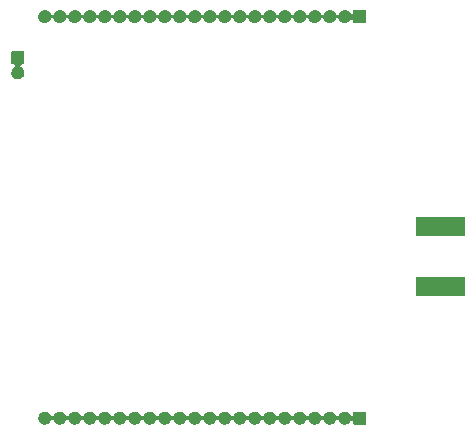
<source format=gbs>
G04 #@! TF.GenerationSoftware,KiCad,Pcbnew,(5.99.0-539-g3370e8996)*
G04 #@! TF.CreationDate,2019-12-19T02:59:25-05:00*
G04 #@! TF.ProjectId,sara_r410m_02b_module_board,73617261-5f72-4343-9130-6d5f3032625f,rev?*
G04 #@! TF.SameCoordinates,Original*
G04 #@! TF.FileFunction,Soldermask,Bot*
G04 #@! TF.FilePolarity,Negative*
%FSLAX46Y46*%
G04 Gerber Fmt 4.6, Leading zero omitted, Abs format (unit mm)*
G04 Created by KiCad (PCBNEW (5.99.0-539-g3370e8996)) date 2019-12-19 02:59:25*
%MOMM*%
%LPD*%
G04 APERTURE LIST*
G04 APERTURE END LIST*
G36*
X159747381Y-116446783D02*
G01*
X159770734Y-116445314D01*
X159821992Y-116456209D01*
X159865218Y-116461670D01*
X159886974Y-116470021D01*
X159918399Y-116476701D01*
X159957154Y-116496961D01*
X159989724Y-116509464D01*
X160015993Y-116527721D01*
X160052185Y-116546642D01*
X160077727Y-116570628D01*
X160099239Y-116585579D01*
X160126134Y-116616086D01*
X160162233Y-116649985D01*
X160175865Y-116672494D01*
X160187430Y-116685612D01*
X160209778Y-116728359D01*
X160258673Y-116779055D01*
X160327214Y-116795268D01*
X160393640Y-116771852D01*
X160436862Y-116716241D01*
X160445552Y-116670447D01*
X160445552Y-116512312D01*
X160451959Y-116480101D01*
X160463231Y-116463231D01*
X160480101Y-116451959D01*
X160512312Y-116445552D01*
X161487688Y-116445552D01*
X161519899Y-116451959D01*
X161536769Y-116463231D01*
X161548041Y-116480101D01*
X161554448Y-116512312D01*
X161554448Y-117487688D01*
X161551999Y-117500000D01*
X161548041Y-117519899D01*
X161536769Y-117536769D01*
X161519899Y-117548041D01*
X161500000Y-117551999D01*
X161487688Y-117554448D01*
X160512312Y-117554448D01*
X160480101Y-117548041D01*
X160463231Y-117536769D01*
X160451959Y-117519899D01*
X160445552Y-117487688D01*
X160445552Y-117329059D01*
X160425709Y-117261479D01*
X160372479Y-117215356D01*
X160302764Y-117205332D01*
X160238696Y-117234591D01*
X160215689Y-117263058D01*
X160204512Y-117280669D01*
X160180748Y-117323897D01*
X160168908Y-117336772D01*
X160154808Y-117358991D01*
X160118006Y-117392128D01*
X160090478Y-117422064D01*
X160068657Y-117436562D01*
X160042620Y-117460006D01*
X160006045Y-117478162D01*
X159979394Y-117495869D01*
X159946565Y-117507688D01*
X159907399Y-117527130D01*
X159875839Y-117533150D01*
X159853916Y-117541043D01*
X159810593Y-117545597D01*
X159759108Y-117555418D01*
X159735787Y-117553460D01*
X159721284Y-117554984D01*
X159669548Y-117547897D01*
X159608673Y-117542785D01*
X159594937Y-117537677D01*
X159589150Y-117536884D01*
X159532595Y-117514492D01*
X159467177Y-117490163D01*
X159408252Y-117447352D01*
X159356441Y-117410532D01*
X159354537Y-117408326D01*
X159345044Y-117401429D01*
X159305302Y-117351287D01*
X159269300Y-117309579D01*
X159264001Y-117299179D01*
X159251272Y-117283119D01*
X159229840Y-117232135D01*
X159206252Y-117185840D01*
X159157891Y-117134634D01*
X159089524Y-117117704D01*
X159022856Y-117140423D01*
X158984701Y-117195101D01*
X158982284Y-117193772D01*
X158970780Y-117214697D01*
X158965699Y-117231527D01*
X158934510Y-117280673D01*
X158910747Y-117323898D01*
X158898908Y-117336772D01*
X158884808Y-117358991D01*
X158848006Y-117392128D01*
X158820478Y-117422064D01*
X158798657Y-117436562D01*
X158772620Y-117460006D01*
X158736045Y-117478162D01*
X158709394Y-117495869D01*
X158676565Y-117507688D01*
X158637399Y-117527130D01*
X158605839Y-117533150D01*
X158583916Y-117541043D01*
X158540593Y-117545597D01*
X158489108Y-117555418D01*
X158465787Y-117553460D01*
X158451284Y-117554984D01*
X158399548Y-117547897D01*
X158338673Y-117542785D01*
X158324937Y-117537677D01*
X158319150Y-117536884D01*
X158262595Y-117514492D01*
X158197177Y-117490163D01*
X158138252Y-117447352D01*
X158086441Y-117410532D01*
X158084537Y-117408326D01*
X158075044Y-117401429D01*
X158035302Y-117351287D01*
X157999300Y-117309579D01*
X157994001Y-117299179D01*
X157981272Y-117283119D01*
X157959840Y-117232135D01*
X157936252Y-117185840D01*
X157887891Y-117134634D01*
X157819524Y-117117704D01*
X157752856Y-117140423D01*
X157714701Y-117195101D01*
X157712284Y-117193772D01*
X157700780Y-117214697D01*
X157695699Y-117231527D01*
X157664510Y-117280673D01*
X157640747Y-117323898D01*
X157628908Y-117336772D01*
X157614808Y-117358991D01*
X157578006Y-117392128D01*
X157550478Y-117422064D01*
X157528657Y-117436562D01*
X157502620Y-117460006D01*
X157466045Y-117478162D01*
X157439394Y-117495869D01*
X157406565Y-117507688D01*
X157367399Y-117527130D01*
X157335839Y-117533150D01*
X157313916Y-117541043D01*
X157270593Y-117545597D01*
X157219108Y-117555418D01*
X157195787Y-117553460D01*
X157181284Y-117554984D01*
X157129548Y-117547897D01*
X157068673Y-117542785D01*
X157054937Y-117537677D01*
X157049150Y-117536884D01*
X156992595Y-117514492D01*
X156927177Y-117490163D01*
X156868252Y-117447352D01*
X156816441Y-117410532D01*
X156814537Y-117408326D01*
X156805044Y-117401429D01*
X156765302Y-117351287D01*
X156729300Y-117309579D01*
X156724001Y-117299179D01*
X156711272Y-117283119D01*
X156689840Y-117232135D01*
X156666252Y-117185840D01*
X156617891Y-117134634D01*
X156549524Y-117117704D01*
X156482856Y-117140423D01*
X156444701Y-117195101D01*
X156442284Y-117193772D01*
X156430780Y-117214697D01*
X156425699Y-117231527D01*
X156394510Y-117280673D01*
X156370747Y-117323898D01*
X156358908Y-117336772D01*
X156344808Y-117358991D01*
X156308006Y-117392128D01*
X156280478Y-117422064D01*
X156258657Y-117436562D01*
X156232620Y-117460006D01*
X156196045Y-117478162D01*
X156169394Y-117495869D01*
X156136565Y-117507688D01*
X156097399Y-117527130D01*
X156065839Y-117533150D01*
X156043916Y-117541043D01*
X156000593Y-117545597D01*
X155949108Y-117555418D01*
X155925787Y-117553460D01*
X155911284Y-117554984D01*
X155859548Y-117547897D01*
X155798673Y-117542785D01*
X155784937Y-117537677D01*
X155779150Y-117536884D01*
X155722595Y-117514492D01*
X155657177Y-117490163D01*
X155598252Y-117447352D01*
X155546441Y-117410532D01*
X155544537Y-117408326D01*
X155535044Y-117401429D01*
X155495302Y-117351287D01*
X155459300Y-117309579D01*
X155454001Y-117299179D01*
X155441272Y-117283119D01*
X155419840Y-117232135D01*
X155396252Y-117185840D01*
X155347891Y-117134634D01*
X155279524Y-117117704D01*
X155212856Y-117140423D01*
X155174701Y-117195101D01*
X155172284Y-117193772D01*
X155160780Y-117214697D01*
X155155699Y-117231527D01*
X155124510Y-117280673D01*
X155100747Y-117323898D01*
X155088908Y-117336772D01*
X155074808Y-117358991D01*
X155038006Y-117392128D01*
X155010478Y-117422064D01*
X154988657Y-117436562D01*
X154962620Y-117460006D01*
X154926045Y-117478162D01*
X154899394Y-117495869D01*
X154866565Y-117507688D01*
X154827399Y-117527130D01*
X154795839Y-117533150D01*
X154773916Y-117541043D01*
X154730593Y-117545597D01*
X154679108Y-117555418D01*
X154655787Y-117553460D01*
X154641284Y-117554984D01*
X154589548Y-117547897D01*
X154528673Y-117542785D01*
X154514937Y-117537677D01*
X154509150Y-117536884D01*
X154452595Y-117514492D01*
X154387177Y-117490163D01*
X154328252Y-117447352D01*
X154276441Y-117410532D01*
X154274537Y-117408326D01*
X154265044Y-117401429D01*
X154225302Y-117351287D01*
X154189300Y-117309579D01*
X154184001Y-117299179D01*
X154171272Y-117283119D01*
X154149840Y-117232135D01*
X154126252Y-117185840D01*
X154077891Y-117134634D01*
X154009524Y-117117704D01*
X153942856Y-117140423D01*
X153904701Y-117195101D01*
X153902284Y-117193772D01*
X153890780Y-117214697D01*
X153885699Y-117231527D01*
X153854510Y-117280673D01*
X153830747Y-117323898D01*
X153818908Y-117336772D01*
X153804808Y-117358991D01*
X153768006Y-117392128D01*
X153740478Y-117422064D01*
X153718657Y-117436562D01*
X153692620Y-117460006D01*
X153656045Y-117478162D01*
X153629394Y-117495869D01*
X153596565Y-117507688D01*
X153557399Y-117527130D01*
X153525839Y-117533150D01*
X153503916Y-117541043D01*
X153460593Y-117545597D01*
X153409108Y-117555418D01*
X153385787Y-117553460D01*
X153371284Y-117554984D01*
X153319548Y-117547897D01*
X153258673Y-117542785D01*
X153244937Y-117537677D01*
X153239150Y-117536884D01*
X153182595Y-117514492D01*
X153117177Y-117490163D01*
X153058252Y-117447352D01*
X153006441Y-117410532D01*
X153004537Y-117408326D01*
X152995044Y-117401429D01*
X152955302Y-117351287D01*
X152919300Y-117309579D01*
X152914001Y-117299179D01*
X152901272Y-117283119D01*
X152879840Y-117232135D01*
X152856252Y-117185840D01*
X152807891Y-117134634D01*
X152739524Y-117117704D01*
X152672856Y-117140423D01*
X152634701Y-117195101D01*
X152632284Y-117193772D01*
X152620780Y-117214697D01*
X152615699Y-117231527D01*
X152584510Y-117280673D01*
X152560747Y-117323898D01*
X152548908Y-117336772D01*
X152534808Y-117358991D01*
X152498006Y-117392128D01*
X152470478Y-117422064D01*
X152448657Y-117436562D01*
X152422620Y-117460006D01*
X152386045Y-117478162D01*
X152359394Y-117495869D01*
X152326565Y-117507688D01*
X152287399Y-117527130D01*
X152255839Y-117533150D01*
X152233916Y-117541043D01*
X152190593Y-117545597D01*
X152139108Y-117555418D01*
X152115787Y-117553460D01*
X152101284Y-117554984D01*
X152049548Y-117547897D01*
X151988673Y-117542785D01*
X151974937Y-117537677D01*
X151969150Y-117536884D01*
X151912595Y-117514492D01*
X151847177Y-117490163D01*
X151788252Y-117447352D01*
X151736441Y-117410532D01*
X151734537Y-117408326D01*
X151725044Y-117401429D01*
X151685302Y-117351287D01*
X151649300Y-117309579D01*
X151644001Y-117299179D01*
X151631272Y-117283119D01*
X151609840Y-117232135D01*
X151586252Y-117185840D01*
X151537891Y-117134634D01*
X151469524Y-117117704D01*
X151402856Y-117140423D01*
X151364701Y-117195101D01*
X151362284Y-117193772D01*
X151350780Y-117214697D01*
X151345699Y-117231527D01*
X151314510Y-117280673D01*
X151290747Y-117323898D01*
X151278908Y-117336772D01*
X151264808Y-117358991D01*
X151228006Y-117392128D01*
X151200478Y-117422064D01*
X151178657Y-117436562D01*
X151152620Y-117460006D01*
X151116045Y-117478162D01*
X151089394Y-117495869D01*
X151056565Y-117507688D01*
X151017399Y-117527130D01*
X150985839Y-117533150D01*
X150963916Y-117541043D01*
X150920593Y-117545597D01*
X150869108Y-117555418D01*
X150845787Y-117553460D01*
X150831284Y-117554984D01*
X150779548Y-117547897D01*
X150718673Y-117542785D01*
X150704937Y-117537677D01*
X150699150Y-117536884D01*
X150642595Y-117514492D01*
X150577177Y-117490163D01*
X150518252Y-117447352D01*
X150466441Y-117410532D01*
X150464537Y-117408326D01*
X150455044Y-117401429D01*
X150415302Y-117351287D01*
X150379300Y-117309579D01*
X150374001Y-117299179D01*
X150361272Y-117283119D01*
X150339840Y-117232135D01*
X150316252Y-117185840D01*
X150267891Y-117134634D01*
X150199524Y-117117704D01*
X150132856Y-117140423D01*
X150094701Y-117195101D01*
X150092284Y-117193772D01*
X150080780Y-117214697D01*
X150075699Y-117231527D01*
X150044510Y-117280673D01*
X150020747Y-117323898D01*
X150008908Y-117336772D01*
X149994808Y-117358991D01*
X149958006Y-117392128D01*
X149930478Y-117422064D01*
X149908657Y-117436562D01*
X149882620Y-117460006D01*
X149846045Y-117478162D01*
X149819394Y-117495869D01*
X149786565Y-117507688D01*
X149747399Y-117527130D01*
X149715839Y-117533150D01*
X149693916Y-117541043D01*
X149650593Y-117545597D01*
X149599108Y-117555418D01*
X149575787Y-117553460D01*
X149561284Y-117554984D01*
X149509548Y-117547897D01*
X149448673Y-117542785D01*
X149434937Y-117537677D01*
X149429150Y-117536884D01*
X149372595Y-117514492D01*
X149307177Y-117490163D01*
X149248252Y-117447352D01*
X149196441Y-117410532D01*
X149194537Y-117408326D01*
X149185044Y-117401429D01*
X149145302Y-117351287D01*
X149109300Y-117309579D01*
X149104001Y-117299179D01*
X149091272Y-117283119D01*
X149069840Y-117232135D01*
X149046252Y-117185840D01*
X148997891Y-117134634D01*
X148929524Y-117117704D01*
X148862856Y-117140423D01*
X148824701Y-117195101D01*
X148822284Y-117193772D01*
X148810780Y-117214697D01*
X148805699Y-117231527D01*
X148774510Y-117280673D01*
X148750747Y-117323898D01*
X148738908Y-117336772D01*
X148724808Y-117358991D01*
X148688006Y-117392128D01*
X148660478Y-117422064D01*
X148638657Y-117436562D01*
X148612620Y-117460006D01*
X148576045Y-117478162D01*
X148549394Y-117495869D01*
X148516565Y-117507688D01*
X148477399Y-117527130D01*
X148445839Y-117533150D01*
X148423916Y-117541043D01*
X148380593Y-117545597D01*
X148329108Y-117555418D01*
X148305787Y-117553460D01*
X148291284Y-117554984D01*
X148239548Y-117547897D01*
X148178673Y-117542785D01*
X148164937Y-117537677D01*
X148159150Y-117536884D01*
X148102595Y-117514492D01*
X148037177Y-117490163D01*
X147978252Y-117447352D01*
X147926441Y-117410532D01*
X147924537Y-117408326D01*
X147915044Y-117401429D01*
X147875302Y-117351287D01*
X147839300Y-117309579D01*
X147834001Y-117299179D01*
X147821272Y-117283119D01*
X147799840Y-117232135D01*
X147776252Y-117185840D01*
X147727891Y-117134634D01*
X147659524Y-117117704D01*
X147592856Y-117140423D01*
X147554701Y-117195101D01*
X147552284Y-117193772D01*
X147540780Y-117214697D01*
X147535699Y-117231527D01*
X147504510Y-117280673D01*
X147480747Y-117323898D01*
X147468908Y-117336772D01*
X147454808Y-117358991D01*
X147418006Y-117392128D01*
X147390478Y-117422064D01*
X147368657Y-117436562D01*
X147342620Y-117460006D01*
X147306045Y-117478162D01*
X147279394Y-117495869D01*
X147246565Y-117507688D01*
X147207399Y-117527130D01*
X147175839Y-117533150D01*
X147153916Y-117541043D01*
X147110593Y-117545597D01*
X147059108Y-117555418D01*
X147035787Y-117553460D01*
X147021284Y-117554984D01*
X146969548Y-117547897D01*
X146908673Y-117542785D01*
X146894937Y-117537677D01*
X146889150Y-117536884D01*
X146832595Y-117514492D01*
X146767177Y-117490163D01*
X146708252Y-117447352D01*
X146656441Y-117410532D01*
X146654537Y-117408326D01*
X146645044Y-117401429D01*
X146605302Y-117351287D01*
X146569300Y-117309579D01*
X146564001Y-117299179D01*
X146551272Y-117283119D01*
X146529840Y-117232135D01*
X146506252Y-117185840D01*
X146457891Y-117134634D01*
X146389524Y-117117704D01*
X146322856Y-117140423D01*
X146284701Y-117195101D01*
X146282284Y-117193772D01*
X146270780Y-117214697D01*
X146265699Y-117231527D01*
X146234510Y-117280673D01*
X146210747Y-117323898D01*
X146198908Y-117336772D01*
X146184808Y-117358991D01*
X146148006Y-117392128D01*
X146120478Y-117422064D01*
X146098657Y-117436562D01*
X146072620Y-117460006D01*
X146036045Y-117478162D01*
X146009394Y-117495869D01*
X145976565Y-117507688D01*
X145937399Y-117527130D01*
X145905839Y-117533150D01*
X145883916Y-117541043D01*
X145840593Y-117545597D01*
X145789108Y-117555418D01*
X145765787Y-117553460D01*
X145751284Y-117554984D01*
X145699548Y-117547897D01*
X145638673Y-117542785D01*
X145624937Y-117537677D01*
X145619150Y-117536884D01*
X145562595Y-117514492D01*
X145497177Y-117490163D01*
X145438252Y-117447352D01*
X145386441Y-117410532D01*
X145384537Y-117408326D01*
X145375044Y-117401429D01*
X145335302Y-117351287D01*
X145299300Y-117309579D01*
X145294001Y-117299179D01*
X145281272Y-117283119D01*
X145259840Y-117232135D01*
X145236252Y-117185840D01*
X145187891Y-117134634D01*
X145119524Y-117117704D01*
X145052856Y-117140423D01*
X145014701Y-117195101D01*
X145012284Y-117193772D01*
X145000780Y-117214697D01*
X144995699Y-117231527D01*
X144964510Y-117280673D01*
X144940747Y-117323898D01*
X144928908Y-117336772D01*
X144914808Y-117358991D01*
X144878006Y-117392128D01*
X144850478Y-117422064D01*
X144828657Y-117436562D01*
X144802620Y-117460006D01*
X144766045Y-117478162D01*
X144739394Y-117495869D01*
X144706565Y-117507688D01*
X144667399Y-117527130D01*
X144635839Y-117533150D01*
X144613916Y-117541043D01*
X144570593Y-117545597D01*
X144519108Y-117555418D01*
X144495787Y-117553460D01*
X144481284Y-117554984D01*
X144429548Y-117547897D01*
X144368673Y-117542785D01*
X144354937Y-117537677D01*
X144349150Y-117536884D01*
X144292595Y-117514492D01*
X144227177Y-117490163D01*
X144168252Y-117447352D01*
X144116441Y-117410532D01*
X144114537Y-117408326D01*
X144105044Y-117401429D01*
X144065302Y-117351287D01*
X144029300Y-117309579D01*
X144024001Y-117299179D01*
X144011272Y-117283119D01*
X143989840Y-117232135D01*
X143966252Y-117185840D01*
X143917891Y-117134634D01*
X143849524Y-117117704D01*
X143782856Y-117140423D01*
X143744701Y-117195101D01*
X143742284Y-117193772D01*
X143730780Y-117214697D01*
X143725699Y-117231527D01*
X143694510Y-117280673D01*
X143670747Y-117323898D01*
X143658908Y-117336772D01*
X143644808Y-117358991D01*
X143608006Y-117392128D01*
X143580478Y-117422064D01*
X143558657Y-117436562D01*
X143532620Y-117460006D01*
X143496045Y-117478162D01*
X143469394Y-117495869D01*
X143436565Y-117507688D01*
X143397399Y-117527130D01*
X143365839Y-117533150D01*
X143343916Y-117541043D01*
X143300593Y-117545597D01*
X143249108Y-117555418D01*
X143225787Y-117553460D01*
X143211284Y-117554984D01*
X143159548Y-117547897D01*
X143098673Y-117542785D01*
X143084937Y-117537677D01*
X143079150Y-117536884D01*
X143022595Y-117514492D01*
X142957177Y-117490163D01*
X142898252Y-117447352D01*
X142846441Y-117410532D01*
X142844537Y-117408326D01*
X142835044Y-117401429D01*
X142795302Y-117351287D01*
X142759300Y-117309579D01*
X142754001Y-117299179D01*
X142741272Y-117283119D01*
X142719840Y-117232135D01*
X142696252Y-117185840D01*
X142647891Y-117134634D01*
X142579524Y-117117704D01*
X142512856Y-117140423D01*
X142474701Y-117195101D01*
X142472284Y-117193772D01*
X142460780Y-117214697D01*
X142455699Y-117231527D01*
X142424510Y-117280673D01*
X142400747Y-117323898D01*
X142388908Y-117336772D01*
X142374808Y-117358991D01*
X142338006Y-117392128D01*
X142310478Y-117422064D01*
X142288657Y-117436562D01*
X142262620Y-117460006D01*
X142226045Y-117478162D01*
X142199394Y-117495869D01*
X142166565Y-117507688D01*
X142127399Y-117527130D01*
X142095839Y-117533150D01*
X142073916Y-117541043D01*
X142030593Y-117545597D01*
X141979108Y-117555418D01*
X141955787Y-117553460D01*
X141941284Y-117554984D01*
X141889548Y-117547897D01*
X141828673Y-117542785D01*
X141814937Y-117537677D01*
X141809150Y-117536884D01*
X141752595Y-117514492D01*
X141687177Y-117490163D01*
X141628252Y-117447352D01*
X141576441Y-117410532D01*
X141574537Y-117408326D01*
X141565044Y-117401429D01*
X141525302Y-117351287D01*
X141489300Y-117309579D01*
X141484001Y-117299179D01*
X141471272Y-117283119D01*
X141449840Y-117232135D01*
X141426252Y-117185840D01*
X141377891Y-117134634D01*
X141309524Y-117117704D01*
X141242856Y-117140423D01*
X141204701Y-117195101D01*
X141202284Y-117193772D01*
X141190780Y-117214697D01*
X141185699Y-117231527D01*
X141154510Y-117280673D01*
X141130747Y-117323898D01*
X141118908Y-117336772D01*
X141104808Y-117358991D01*
X141068006Y-117392128D01*
X141040478Y-117422064D01*
X141018657Y-117436562D01*
X140992620Y-117460006D01*
X140956045Y-117478162D01*
X140929394Y-117495869D01*
X140896565Y-117507688D01*
X140857399Y-117527130D01*
X140825839Y-117533150D01*
X140803916Y-117541043D01*
X140760593Y-117545597D01*
X140709108Y-117555418D01*
X140685787Y-117553460D01*
X140671284Y-117554984D01*
X140619548Y-117547897D01*
X140558673Y-117542785D01*
X140544937Y-117537677D01*
X140539150Y-117536884D01*
X140482595Y-117514492D01*
X140417177Y-117490163D01*
X140358252Y-117447352D01*
X140306441Y-117410532D01*
X140304537Y-117408326D01*
X140295044Y-117401429D01*
X140255302Y-117351287D01*
X140219300Y-117309579D01*
X140214001Y-117299179D01*
X140201272Y-117283119D01*
X140179840Y-117232135D01*
X140156252Y-117185840D01*
X140107891Y-117134634D01*
X140039524Y-117117704D01*
X139972856Y-117140423D01*
X139934701Y-117195101D01*
X139932284Y-117193772D01*
X139920780Y-117214697D01*
X139915699Y-117231527D01*
X139884510Y-117280673D01*
X139860747Y-117323898D01*
X139848908Y-117336772D01*
X139834808Y-117358991D01*
X139798006Y-117392128D01*
X139770478Y-117422064D01*
X139748657Y-117436562D01*
X139722620Y-117460006D01*
X139686045Y-117478162D01*
X139659394Y-117495869D01*
X139626565Y-117507688D01*
X139587399Y-117527130D01*
X139555839Y-117533150D01*
X139533916Y-117541043D01*
X139490593Y-117545597D01*
X139439108Y-117555418D01*
X139415787Y-117553460D01*
X139401284Y-117554984D01*
X139349548Y-117547897D01*
X139288673Y-117542785D01*
X139274937Y-117537677D01*
X139269150Y-117536884D01*
X139212595Y-117514492D01*
X139147177Y-117490163D01*
X139088252Y-117447352D01*
X139036441Y-117410532D01*
X139034537Y-117408326D01*
X139025044Y-117401429D01*
X138985302Y-117351287D01*
X138949300Y-117309579D01*
X138944001Y-117299179D01*
X138931272Y-117283119D01*
X138909840Y-117232135D01*
X138886252Y-117185840D01*
X138837891Y-117134634D01*
X138769524Y-117117704D01*
X138702856Y-117140423D01*
X138664701Y-117195101D01*
X138662284Y-117193772D01*
X138650780Y-117214697D01*
X138645699Y-117231527D01*
X138614510Y-117280673D01*
X138590747Y-117323898D01*
X138578908Y-117336772D01*
X138564808Y-117358991D01*
X138528006Y-117392128D01*
X138500478Y-117422064D01*
X138478657Y-117436562D01*
X138452620Y-117460006D01*
X138416045Y-117478162D01*
X138389394Y-117495869D01*
X138356565Y-117507688D01*
X138317399Y-117527130D01*
X138285839Y-117533150D01*
X138263916Y-117541043D01*
X138220593Y-117545597D01*
X138169108Y-117555418D01*
X138145787Y-117553460D01*
X138131284Y-117554984D01*
X138079548Y-117547897D01*
X138018673Y-117542785D01*
X138004937Y-117537677D01*
X137999150Y-117536884D01*
X137942595Y-117514492D01*
X137877177Y-117490163D01*
X137818252Y-117447352D01*
X137766441Y-117410532D01*
X137764537Y-117408326D01*
X137755044Y-117401429D01*
X137715302Y-117351287D01*
X137679300Y-117309579D01*
X137674001Y-117299179D01*
X137661272Y-117283119D01*
X137639840Y-117232135D01*
X137616252Y-117185840D01*
X137567891Y-117134634D01*
X137499524Y-117117704D01*
X137432856Y-117140423D01*
X137394701Y-117195101D01*
X137392284Y-117193772D01*
X137380780Y-117214697D01*
X137375699Y-117231527D01*
X137344510Y-117280673D01*
X137320747Y-117323898D01*
X137308908Y-117336772D01*
X137294808Y-117358991D01*
X137258006Y-117392128D01*
X137230478Y-117422064D01*
X137208657Y-117436562D01*
X137182620Y-117460006D01*
X137146045Y-117478162D01*
X137119394Y-117495869D01*
X137086565Y-117507688D01*
X137047399Y-117527130D01*
X137015839Y-117533150D01*
X136993916Y-117541043D01*
X136950593Y-117545597D01*
X136899108Y-117555418D01*
X136875787Y-117553460D01*
X136861284Y-117554984D01*
X136809548Y-117547897D01*
X136748673Y-117542785D01*
X136734937Y-117537677D01*
X136729150Y-117536884D01*
X136672595Y-117514492D01*
X136607177Y-117490163D01*
X136548252Y-117447352D01*
X136496441Y-117410532D01*
X136494537Y-117408326D01*
X136485044Y-117401429D01*
X136445302Y-117351287D01*
X136409300Y-117309579D01*
X136404001Y-117299179D01*
X136391272Y-117283119D01*
X136369840Y-117232135D01*
X136346252Y-117185840D01*
X136297891Y-117134634D01*
X136229524Y-117117704D01*
X136162856Y-117140423D01*
X136124701Y-117195101D01*
X136122284Y-117193772D01*
X136110780Y-117214697D01*
X136105699Y-117231527D01*
X136074510Y-117280673D01*
X136050747Y-117323898D01*
X136038908Y-117336772D01*
X136024808Y-117358991D01*
X135988006Y-117392128D01*
X135960478Y-117422064D01*
X135938657Y-117436562D01*
X135912620Y-117460006D01*
X135876045Y-117478162D01*
X135849394Y-117495869D01*
X135816565Y-117507688D01*
X135777399Y-117527130D01*
X135745839Y-117533150D01*
X135723916Y-117541043D01*
X135680593Y-117545597D01*
X135629108Y-117555418D01*
X135605787Y-117553460D01*
X135591284Y-117554984D01*
X135539548Y-117547897D01*
X135478673Y-117542785D01*
X135464937Y-117537677D01*
X135459150Y-117536884D01*
X135402595Y-117514492D01*
X135337177Y-117490163D01*
X135278252Y-117447352D01*
X135226441Y-117410532D01*
X135224537Y-117408326D01*
X135215044Y-117401429D01*
X135175302Y-117351287D01*
X135139300Y-117309579D01*
X135134001Y-117299179D01*
X135121272Y-117283119D01*
X135099840Y-117232135D01*
X135076252Y-117185840D01*
X135027891Y-117134634D01*
X134959524Y-117117704D01*
X134892856Y-117140423D01*
X134854701Y-117195101D01*
X134852284Y-117193772D01*
X134840780Y-117214697D01*
X134835699Y-117231527D01*
X134804510Y-117280673D01*
X134780747Y-117323898D01*
X134768908Y-117336772D01*
X134754808Y-117358991D01*
X134718006Y-117392128D01*
X134690478Y-117422064D01*
X134668657Y-117436562D01*
X134642620Y-117460006D01*
X134606045Y-117478162D01*
X134579394Y-117495869D01*
X134546565Y-117507688D01*
X134507399Y-117527130D01*
X134475839Y-117533150D01*
X134453916Y-117541043D01*
X134410593Y-117545597D01*
X134359108Y-117555418D01*
X134335787Y-117553460D01*
X134321284Y-117554984D01*
X134269548Y-117547897D01*
X134208673Y-117542785D01*
X134194937Y-117537677D01*
X134189150Y-117536884D01*
X134132595Y-117514492D01*
X134067177Y-117490163D01*
X134008252Y-117447352D01*
X133956441Y-117410532D01*
X133954537Y-117408326D01*
X133945044Y-117401429D01*
X133905302Y-117351287D01*
X133869300Y-117309579D01*
X133864001Y-117299179D01*
X133851272Y-117283119D01*
X133829838Y-117232129D01*
X133808754Y-117190749D01*
X133804096Y-117170892D01*
X133792771Y-117143950D01*
X133786928Y-117097696D01*
X133778299Y-117060909D01*
X133778604Y-117031808D01*
X133773850Y-116994176D01*
X133779392Y-116956647D01*
X133779697Y-116927552D01*
X133789092Y-116890961D01*
X133795904Y-116844831D01*
X133807791Y-116818132D01*
X133812864Y-116798375D01*
X133834815Y-116757436D01*
X133857307Y-116706918D01*
X133870366Y-116691132D01*
X133875883Y-116680843D01*
X133912753Y-116639895D01*
X133953535Y-116590598D01*
X133963171Y-116583901D01*
X133965122Y-116581734D01*
X134017700Y-116546002D01*
X134077500Y-116504440D01*
X134143435Y-116481479D01*
X134200424Y-116460285D01*
X134206223Y-116459614D01*
X134220067Y-116454793D01*
X134281037Y-116450957D01*
X134332909Y-116444955D01*
X134347381Y-116446783D01*
X134370734Y-116445314D01*
X134421992Y-116456209D01*
X134465218Y-116461670D01*
X134486974Y-116470021D01*
X134518399Y-116476701D01*
X134557154Y-116496961D01*
X134589724Y-116509464D01*
X134615993Y-116527721D01*
X134652185Y-116546642D01*
X134677727Y-116570628D01*
X134699239Y-116585579D01*
X134726135Y-116616086D01*
X134762233Y-116649985D01*
X134775865Y-116672493D01*
X134787433Y-116685615D01*
X134810288Y-116729333D01*
X134840437Y-116779114D01*
X134845164Y-116796043D01*
X134854110Y-116813156D01*
X134903004Y-116863852D01*
X134971545Y-116880065D01*
X135037971Y-116856649D01*
X135070536Y-116808930D01*
X135075715Y-116811707D01*
X135104816Y-116757433D01*
X135127307Y-116706918D01*
X135140366Y-116691132D01*
X135145883Y-116680843D01*
X135182753Y-116639895D01*
X135223535Y-116590598D01*
X135233171Y-116583901D01*
X135235122Y-116581734D01*
X135287700Y-116546002D01*
X135347500Y-116504440D01*
X135413435Y-116481479D01*
X135470424Y-116460285D01*
X135476223Y-116459614D01*
X135490067Y-116454793D01*
X135551037Y-116450957D01*
X135602909Y-116444955D01*
X135617381Y-116446783D01*
X135640734Y-116445314D01*
X135691992Y-116456209D01*
X135735218Y-116461670D01*
X135756974Y-116470021D01*
X135788399Y-116476701D01*
X135827154Y-116496961D01*
X135859724Y-116509464D01*
X135885993Y-116527721D01*
X135922185Y-116546642D01*
X135947727Y-116570628D01*
X135969239Y-116585579D01*
X135996135Y-116616086D01*
X136032233Y-116649985D01*
X136045865Y-116672493D01*
X136057433Y-116685615D01*
X136080288Y-116729333D01*
X136110437Y-116779114D01*
X136115164Y-116796043D01*
X136124110Y-116813156D01*
X136173004Y-116863852D01*
X136241545Y-116880065D01*
X136307971Y-116856649D01*
X136340536Y-116808930D01*
X136345715Y-116811707D01*
X136374816Y-116757433D01*
X136397307Y-116706918D01*
X136410366Y-116691132D01*
X136415883Y-116680843D01*
X136452753Y-116639895D01*
X136493535Y-116590598D01*
X136503171Y-116583901D01*
X136505122Y-116581734D01*
X136557700Y-116546002D01*
X136617500Y-116504440D01*
X136683435Y-116481479D01*
X136740424Y-116460285D01*
X136746223Y-116459614D01*
X136760067Y-116454793D01*
X136821037Y-116450957D01*
X136872909Y-116444955D01*
X136887381Y-116446783D01*
X136910734Y-116445314D01*
X136961992Y-116456209D01*
X137005218Y-116461670D01*
X137026974Y-116470021D01*
X137058399Y-116476701D01*
X137097154Y-116496961D01*
X137129724Y-116509464D01*
X137155993Y-116527721D01*
X137192185Y-116546642D01*
X137217727Y-116570628D01*
X137239239Y-116585579D01*
X137266135Y-116616086D01*
X137302233Y-116649985D01*
X137315865Y-116672493D01*
X137327433Y-116685615D01*
X137350288Y-116729333D01*
X137380437Y-116779114D01*
X137385164Y-116796043D01*
X137394110Y-116813156D01*
X137443004Y-116863852D01*
X137511545Y-116880065D01*
X137577971Y-116856649D01*
X137610536Y-116808930D01*
X137615715Y-116811707D01*
X137644816Y-116757433D01*
X137667307Y-116706918D01*
X137680366Y-116691132D01*
X137685883Y-116680843D01*
X137722753Y-116639895D01*
X137763535Y-116590598D01*
X137773171Y-116583901D01*
X137775122Y-116581734D01*
X137827700Y-116546002D01*
X137887500Y-116504440D01*
X137953435Y-116481479D01*
X138010424Y-116460285D01*
X138016223Y-116459614D01*
X138030067Y-116454793D01*
X138091037Y-116450957D01*
X138142909Y-116444955D01*
X138157381Y-116446783D01*
X138180734Y-116445314D01*
X138231992Y-116456209D01*
X138275218Y-116461670D01*
X138296974Y-116470021D01*
X138328399Y-116476701D01*
X138367154Y-116496961D01*
X138399724Y-116509464D01*
X138425993Y-116527721D01*
X138462185Y-116546642D01*
X138487727Y-116570628D01*
X138509239Y-116585579D01*
X138536135Y-116616086D01*
X138572233Y-116649985D01*
X138585865Y-116672493D01*
X138597433Y-116685615D01*
X138620288Y-116729333D01*
X138650437Y-116779114D01*
X138655164Y-116796043D01*
X138664110Y-116813156D01*
X138713004Y-116863852D01*
X138781545Y-116880065D01*
X138847971Y-116856649D01*
X138880536Y-116808930D01*
X138885715Y-116811707D01*
X138914816Y-116757433D01*
X138937307Y-116706918D01*
X138950366Y-116691132D01*
X138955883Y-116680843D01*
X138992753Y-116639895D01*
X139033535Y-116590598D01*
X139043171Y-116583901D01*
X139045122Y-116581734D01*
X139097700Y-116546002D01*
X139157500Y-116504440D01*
X139223435Y-116481479D01*
X139280424Y-116460285D01*
X139286223Y-116459614D01*
X139300067Y-116454793D01*
X139361037Y-116450957D01*
X139412909Y-116444955D01*
X139427381Y-116446783D01*
X139450734Y-116445314D01*
X139501992Y-116456209D01*
X139545218Y-116461670D01*
X139566974Y-116470021D01*
X139598399Y-116476701D01*
X139637154Y-116496961D01*
X139669724Y-116509464D01*
X139695993Y-116527721D01*
X139732185Y-116546642D01*
X139757727Y-116570628D01*
X139779239Y-116585579D01*
X139806135Y-116616086D01*
X139842233Y-116649985D01*
X139855865Y-116672493D01*
X139867433Y-116685615D01*
X139890288Y-116729333D01*
X139920437Y-116779114D01*
X139925164Y-116796043D01*
X139934110Y-116813156D01*
X139983004Y-116863852D01*
X140051545Y-116880065D01*
X140117971Y-116856649D01*
X140150536Y-116808930D01*
X140155715Y-116811707D01*
X140184816Y-116757433D01*
X140207307Y-116706918D01*
X140220366Y-116691132D01*
X140225883Y-116680843D01*
X140262753Y-116639895D01*
X140303535Y-116590598D01*
X140313171Y-116583901D01*
X140315122Y-116581734D01*
X140367700Y-116546002D01*
X140427500Y-116504440D01*
X140493435Y-116481479D01*
X140550424Y-116460285D01*
X140556223Y-116459614D01*
X140570067Y-116454793D01*
X140631037Y-116450957D01*
X140682909Y-116444955D01*
X140697381Y-116446783D01*
X140720734Y-116445314D01*
X140771992Y-116456209D01*
X140815218Y-116461670D01*
X140836974Y-116470021D01*
X140868399Y-116476701D01*
X140907154Y-116496961D01*
X140939724Y-116509464D01*
X140965993Y-116527721D01*
X141002185Y-116546642D01*
X141027727Y-116570628D01*
X141049239Y-116585579D01*
X141076135Y-116616086D01*
X141112233Y-116649985D01*
X141125865Y-116672493D01*
X141137433Y-116685615D01*
X141160288Y-116729333D01*
X141190437Y-116779114D01*
X141195164Y-116796043D01*
X141204110Y-116813156D01*
X141253004Y-116863852D01*
X141321545Y-116880065D01*
X141387971Y-116856649D01*
X141420536Y-116808930D01*
X141425715Y-116811707D01*
X141454816Y-116757433D01*
X141477307Y-116706918D01*
X141490366Y-116691132D01*
X141495883Y-116680843D01*
X141532753Y-116639895D01*
X141573535Y-116590598D01*
X141583171Y-116583901D01*
X141585122Y-116581734D01*
X141637700Y-116546002D01*
X141697500Y-116504440D01*
X141763435Y-116481479D01*
X141820424Y-116460285D01*
X141826223Y-116459614D01*
X141840067Y-116454793D01*
X141901037Y-116450957D01*
X141952909Y-116444955D01*
X141967381Y-116446783D01*
X141990734Y-116445314D01*
X142041992Y-116456209D01*
X142085218Y-116461670D01*
X142106974Y-116470021D01*
X142138399Y-116476701D01*
X142177154Y-116496961D01*
X142209724Y-116509464D01*
X142235993Y-116527721D01*
X142272185Y-116546642D01*
X142297727Y-116570628D01*
X142319239Y-116585579D01*
X142346135Y-116616086D01*
X142382233Y-116649985D01*
X142395865Y-116672493D01*
X142407433Y-116685615D01*
X142430288Y-116729333D01*
X142460437Y-116779114D01*
X142465164Y-116796043D01*
X142474110Y-116813156D01*
X142523004Y-116863852D01*
X142591545Y-116880065D01*
X142657971Y-116856649D01*
X142690536Y-116808930D01*
X142695715Y-116811707D01*
X142724816Y-116757433D01*
X142747307Y-116706918D01*
X142760366Y-116691132D01*
X142765883Y-116680843D01*
X142802753Y-116639895D01*
X142843535Y-116590598D01*
X142853171Y-116583901D01*
X142855122Y-116581734D01*
X142907700Y-116546002D01*
X142967500Y-116504440D01*
X143033435Y-116481479D01*
X143090424Y-116460285D01*
X143096223Y-116459614D01*
X143110067Y-116454793D01*
X143171037Y-116450957D01*
X143222909Y-116444955D01*
X143237381Y-116446783D01*
X143260734Y-116445314D01*
X143311992Y-116456209D01*
X143355218Y-116461670D01*
X143376974Y-116470021D01*
X143408399Y-116476701D01*
X143447154Y-116496961D01*
X143479724Y-116509464D01*
X143505993Y-116527721D01*
X143542185Y-116546642D01*
X143567727Y-116570628D01*
X143589239Y-116585579D01*
X143616135Y-116616086D01*
X143652233Y-116649985D01*
X143665865Y-116672493D01*
X143677433Y-116685615D01*
X143700288Y-116729333D01*
X143730437Y-116779114D01*
X143735164Y-116796043D01*
X143744110Y-116813156D01*
X143793004Y-116863852D01*
X143861545Y-116880065D01*
X143927971Y-116856649D01*
X143960536Y-116808930D01*
X143965715Y-116811707D01*
X143994816Y-116757433D01*
X144017307Y-116706918D01*
X144030366Y-116691132D01*
X144035883Y-116680843D01*
X144072753Y-116639895D01*
X144113535Y-116590598D01*
X144123171Y-116583901D01*
X144125122Y-116581734D01*
X144177700Y-116546002D01*
X144237500Y-116504440D01*
X144303435Y-116481479D01*
X144360424Y-116460285D01*
X144366223Y-116459614D01*
X144380067Y-116454793D01*
X144441037Y-116450957D01*
X144492909Y-116444955D01*
X144507381Y-116446783D01*
X144530734Y-116445314D01*
X144581992Y-116456209D01*
X144625218Y-116461670D01*
X144646974Y-116470021D01*
X144678399Y-116476701D01*
X144717154Y-116496961D01*
X144749724Y-116509464D01*
X144775993Y-116527721D01*
X144812185Y-116546642D01*
X144837727Y-116570628D01*
X144859239Y-116585579D01*
X144886135Y-116616086D01*
X144922233Y-116649985D01*
X144935865Y-116672493D01*
X144947433Y-116685615D01*
X144970288Y-116729333D01*
X145000437Y-116779114D01*
X145005164Y-116796043D01*
X145014110Y-116813156D01*
X145063004Y-116863852D01*
X145131545Y-116880065D01*
X145197971Y-116856649D01*
X145230536Y-116808930D01*
X145235715Y-116811707D01*
X145264816Y-116757433D01*
X145287307Y-116706918D01*
X145300366Y-116691132D01*
X145305883Y-116680843D01*
X145342753Y-116639895D01*
X145383535Y-116590598D01*
X145393171Y-116583901D01*
X145395122Y-116581734D01*
X145447700Y-116546002D01*
X145507500Y-116504440D01*
X145573435Y-116481479D01*
X145630424Y-116460285D01*
X145636223Y-116459614D01*
X145650067Y-116454793D01*
X145711037Y-116450957D01*
X145762909Y-116444955D01*
X145777381Y-116446783D01*
X145800734Y-116445314D01*
X145851992Y-116456209D01*
X145895218Y-116461670D01*
X145916974Y-116470021D01*
X145948399Y-116476701D01*
X145987154Y-116496961D01*
X146019724Y-116509464D01*
X146045993Y-116527721D01*
X146082185Y-116546642D01*
X146107727Y-116570628D01*
X146129239Y-116585579D01*
X146156135Y-116616086D01*
X146192233Y-116649985D01*
X146205865Y-116672493D01*
X146217433Y-116685615D01*
X146240288Y-116729333D01*
X146270437Y-116779114D01*
X146275164Y-116796043D01*
X146284110Y-116813156D01*
X146333004Y-116863852D01*
X146401545Y-116880065D01*
X146467971Y-116856649D01*
X146500536Y-116808930D01*
X146505715Y-116811707D01*
X146534816Y-116757433D01*
X146557307Y-116706918D01*
X146570366Y-116691132D01*
X146575883Y-116680843D01*
X146612753Y-116639895D01*
X146653535Y-116590598D01*
X146663171Y-116583901D01*
X146665122Y-116581734D01*
X146717700Y-116546002D01*
X146777500Y-116504440D01*
X146843435Y-116481479D01*
X146900424Y-116460285D01*
X146906223Y-116459614D01*
X146920067Y-116454793D01*
X146981037Y-116450957D01*
X147032909Y-116444955D01*
X147047381Y-116446783D01*
X147070734Y-116445314D01*
X147121992Y-116456209D01*
X147165218Y-116461670D01*
X147186974Y-116470021D01*
X147218399Y-116476701D01*
X147257154Y-116496961D01*
X147289724Y-116509464D01*
X147315993Y-116527721D01*
X147352185Y-116546642D01*
X147377727Y-116570628D01*
X147399239Y-116585579D01*
X147426135Y-116616086D01*
X147462233Y-116649985D01*
X147475865Y-116672493D01*
X147487433Y-116685615D01*
X147510288Y-116729333D01*
X147540437Y-116779114D01*
X147545164Y-116796043D01*
X147554110Y-116813156D01*
X147603004Y-116863852D01*
X147671545Y-116880065D01*
X147737971Y-116856649D01*
X147770536Y-116808930D01*
X147775715Y-116811707D01*
X147804816Y-116757433D01*
X147827307Y-116706918D01*
X147840366Y-116691132D01*
X147845883Y-116680843D01*
X147882753Y-116639895D01*
X147923535Y-116590598D01*
X147933171Y-116583901D01*
X147935122Y-116581734D01*
X147987700Y-116546002D01*
X148047500Y-116504440D01*
X148113435Y-116481479D01*
X148170424Y-116460285D01*
X148176223Y-116459614D01*
X148190067Y-116454793D01*
X148251037Y-116450957D01*
X148302909Y-116444955D01*
X148317381Y-116446783D01*
X148340734Y-116445314D01*
X148391992Y-116456209D01*
X148435218Y-116461670D01*
X148456974Y-116470021D01*
X148488399Y-116476701D01*
X148527154Y-116496961D01*
X148559724Y-116509464D01*
X148585993Y-116527721D01*
X148622185Y-116546642D01*
X148647727Y-116570628D01*
X148669239Y-116585579D01*
X148696135Y-116616086D01*
X148732233Y-116649985D01*
X148745865Y-116672493D01*
X148757433Y-116685615D01*
X148780288Y-116729333D01*
X148810437Y-116779114D01*
X148815164Y-116796043D01*
X148824110Y-116813156D01*
X148873004Y-116863852D01*
X148941545Y-116880065D01*
X149007971Y-116856649D01*
X149040536Y-116808930D01*
X149045715Y-116811707D01*
X149074816Y-116757433D01*
X149097307Y-116706918D01*
X149110366Y-116691132D01*
X149115883Y-116680843D01*
X149152753Y-116639895D01*
X149193535Y-116590598D01*
X149203171Y-116583901D01*
X149205122Y-116581734D01*
X149257700Y-116546002D01*
X149317500Y-116504440D01*
X149383435Y-116481479D01*
X149440424Y-116460285D01*
X149446223Y-116459614D01*
X149460067Y-116454793D01*
X149521037Y-116450957D01*
X149572909Y-116444955D01*
X149587381Y-116446783D01*
X149610734Y-116445314D01*
X149661992Y-116456209D01*
X149705218Y-116461670D01*
X149726974Y-116470021D01*
X149758399Y-116476701D01*
X149797154Y-116496961D01*
X149829724Y-116509464D01*
X149855993Y-116527721D01*
X149892185Y-116546642D01*
X149917727Y-116570628D01*
X149939239Y-116585579D01*
X149966135Y-116616086D01*
X150002233Y-116649985D01*
X150015865Y-116672493D01*
X150027433Y-116685615D01*
X150050288Y-116729333D01*
X150080437Y-116779114D01*
X150085164Y-116796043D01*
X150094110Y-116813156D01*
X150143004Y-116863852D01*
X150211545Y-116880065D01*
X150277971Y-116856649D01*
X150310536Y-116808930D01*
X150315715Y-116811707D01*
X150344816Y-116757433D01*
X150367307Y-116706918D01*
X150380366Y-116691132D01*
X150385883Y-116680843D01*
X150422753Y-116639895D01*
X150463535Y-116590598D01*
X150473171Y-116583901D01*
X150475122Y-116581734D01*
X150527700Y-116546002D01*
X150587500Y-116504440D01*
X150653435Y-116481479D01*
X150710424Y-116460285D01*
X150716223Y-116459614D01*
X150730067Y-116454793D01*
X150791037Y-116450957D01*
X150842909Y-116444955D01*
X150857381Y-116446783D01*
X150880734Y-116445314D01*
X150931992Y-116456209D01*
X150975218Y-116461670D01*
X150996974Y-116470021D01*
X151028399Y-116476701D01*
X151067154Y-116496961D01*
X151099724Y-116509464D01*
X151125993Y-116527721D01*
X151162185Y-116546642D01*
X151187727Y-116570628D01*
X151209239Y-116585579D01*
X151236135Y-116616086D01*
X151272233Y-116649985D01*
X151285865Y-116672493D01*
X151297433Y-116685615D01*
X151320288Y-116729333D01*
X151350437Y-116779114D01*
X151355164Y-116796043D01*
X151364110Y-116813156D01*
X151413004Y-116863852D01*
X151481545Y-116880065D01*
X151547971Y-116856649D01*
X151580536Y-116808930D01*
X151585715Y-116811707D01*
X151614816Y-116757433D01*
X151637307Y-116706918D01*
X151650366Y-116691132D01*
X151655883Y-116680843D01*
X151692753Y-116639895D01*
X151733535Y-116590598D01*
X151743171Y-116583901D01*
X151745122Y-116581734D01*
X151797700Y-116546002D01*
X151857500Y-116504440D01*
X151923435Y-116481479D01*
X151980424Y-116460285D01*
X151986223Y-116459614D01*
X152000067Y-116454793D01*
X152061037Y-116450957D01*
X152112909Y-116444955D01*
X152127381Y-116446783D01*
X152150734Y-116445314D01*
X152201992Y-116456209D01*
X152245218Y-116461670D01*
X152266974Y-116470021D01*
X152298399Y-116476701D01*
X152337154Y-116496961D01*
X152369724Y-116509464D01*
X152395993Y-116527721D01*
X152432185Y-116546642D01*
X152457727Y-116570628D01*
X152479239Y-116585579D01*
X152506135Y-116616086D01*
X152542233Y-116649985D01*
X152555865Y-116672493D01*
X152567433Y-116685615D01*
X152590288Y-116729333D01*
X152620437Y-116779114D01*
X152625164Y-116796043D01*
X152634110Y-116813156D01*
X152683004Y-116863852D01*
X152751545Y-116880065D01*
X152817971Y-116856649D01*
X152850536Y-116808930D01*
X152855715Y-116811707D01*
X152884816Y-116757433D01*
X152907307Y-116706918D01*
X152920366Y-116691132D01*
X152925883Y-116680843D01*
X152962753Y-116639895D01*
X153003535Y-116590598D01*
X153013171Y-116583901D01*
X153015122Y-116581734D01*
X153067700Y-116546002D01*
X153127500Y-116504440D01*
X153193435Y-116481479D01*
X153250424Y-116460285D01*
X153256223Y-116459614D01*
X153270067Y-116454793D01*
X153331037Y-116450957D01*
X153382909Y-116444955D01*
X153397381Y-116446783D01*
X153420734Y-116445314D01*
X153471992Y-116456209D01*
X153515218Y-116461670D01*
X153536974Y-116470021D01*
X153568399Y-116476701D01*
X153607154Y-116496961D01*
X153639724Y-116509464D01*
X153665993Y-116527721D01*
X153702185Y-116546642D01*
X153727727Y-116570628D01*
X153749239Y-116585579D01*
X153776135Y-116616086D01*
X153812233Y-116649985D01*
X153825865Y-116672493D01*
X153837433Y-116685615D01*
X153860288Y-116729333D01*
X153890437Y-116779114D01*
X153895164Y-116796043D01*
X153904110Y-116813156D01*
X153953004Y-116863852D01*
X154021545Y-116880065D01*
X154087971Y-116856649D01*
X154120536Y-116808930D01*
X154125715Y-116811707D01*
X154154816Y-116757433D01*
X154177307Y-116706918D01*
X154190366Y-116691132D01*
X154195883Y-116680843D01*
X154232753Y-116639895D01*
X154273535Y-116590598D01*
X154283171Y-116583901D01*
X154285122Y-116581734D01*
X154337700Y-116546002D01*
X154397500Y-116504440D01*
X154463435Y-116481479D01*
X154520424Y-116460285D01*
X154526223Y-116459614D01*
X154540067Y-116454793D01*
X154601037Y-116450957D01*
X154652909Y-116444955D01*
X154667381Y-116446783D01*
X154690734Y-116445314D01*
X154741992Y-116456209D01*
X154785218Y-116461670D01*
X154806974Y-116470021D01*
X154838399Y-116476701D01*
X154877154Y-116496961D01*
X154909724Y-116509464D01*
X154935993Y-116527721D01*
X154972185Y-116546642D01*
X154997727Y-116570628D01*
X155019239Y-116585579D01*
X155046135Y-116616086D01*
X155082233Y-116649985D01*
X155095865Y-116672493D01*
X155107433Y-116685615D01*
X155130288Y-116729333D01*
X155160437Y-116779114D01*
X155165164Y-116796043D01*
X155174110Y-116813156D01*
X155223004Y-116863852D01*
X155291545Y-116880065D01*
X155357971Y-116856649D01*
X155390536Y-116808930D01*
X155395715Y-116811707D01*
X155424816Y-116757433D01*
X155447307Y-116706918D01*
X155460366Y-116691132D01*
X155465883Y-116680843D01*
X155502753Y-116639895D01*
X155543535Y-116590598D01*
X155553171Y-116583901D01*
X155555122Y-116581734D01*
X155607700Y-116546002D01*
X155667500Y-116504440D01*
X155733435Y-116481479D01*
X155790424Y-116460285D01*
X155796223Y-116459614D01*
X155810067Y-116454793D01*
X155871037Y-116450957D01*
X155922909Y-116444955D01*
X155937381Y-116446783D01*
X155960734Y-116445314D01*
X156011992Y-116456209D01*
X156055218Y-116461670D01*
X156076974Y-116470021D01*
X156108399Y-116476701D01*
X156147154Y-116496961D01*
X156179724Y-116509464D01*
X156205993Y-116527721D01*
X156242185Y-116546642D01*
X156267727Y-116570628D01*
X156289239Y-116585579D01*
X156316135Y-116616086D01*
X156352233Y-116649985D01*
X156365865Y-116672493D01*
X156377433Y-116685615D01*
X156400288Y-116729333D01*
X156430437Y-116779114D01*
X156435164Y-116796043D01*
X156444110Y-116813156D01*
X156493004Y-116863852D01*
X156561545Y-116880065D01*
X156627971Y-116856649D01*
X156660536Y-116808930D01*
X156665715Y-116811707D01*
X156694816Y-116757433D01*
X156717307Y-116706918D01*
X156730366Y-116691132D01*
X156735883Y-116680843D01*
X156772753Y-116639895D01*
X156813535Y-116590598D01*
X156823171Y-116583901D01*
X156825122Y-116581734D01*
X156877700Y-116546002D01*
X156937500Y-116504440D01*
X157003435Y-116481479D01*
X157060424Y-116460285D01*
X157066223Y-116459614D01*
X157080067Y-116454793D01*
X157141037Y-116450957D01*
X157192909Y-116444955D01*
X157207381Y-116446783D01*
X157230734Y-116445314D01*
X157281992Y-116456209D01*
X157325218Y-116461670D01*
X157346974Y-116470021D01*
X157378399Y-116476701D01*
X157417154Y-116496961D01*
X157449724Y-116509464D01*
X157475993Y-116527721D01*
X157512185Y-116546642D01*
X157537727Y-116570628D01*
X157559239Y-116585579D01*
X157586135Y-116616086D01*
X157622233Y-116649985D01*
X157635865Y-116672493D01*
X157647433Y-116685615D01*
X157670288Y-116729333D01*
X157700437Y-116779114D01*
X157705164Y-116796043D01*
X157714110Y-116813156D01*
X157763004Y-116863852D01*
X157831545Y-116880065D01*
X157897971Y-116856649D01*
X157930536Y-116808930D01*
X157935715Y-116811707D01*
X157964816Y-116757433D01*
X157987307Y-116706918D01*
X158000366Y-116691132D01*
X158005883Y-116680843D01*
X158042753Y-116639895D01*
X158083535Y-116590598D01*
X158093171Y-116583901D01*
X158095122Y-116581734D01*
X158147700Y-116546002D01*
X158207500Y-116504440D01*
X158273435Y-116481479D01*
X158330424Y-116460285D01*
X158336223Y-116459614D01*
X158350067Y-116454793D01*
X158411037Y-116450957D01*
X158462909Y-116444955D01*
X158477381Y-116446783D01*
X158500734Y-116445314D01*
X158551992Y-116456209D01*
X158595218Y-116461670D01*
X158616974Y-116470021D01*
X158648399Y-116476701D01*
X158687154Y-116496961D01*
X158719724Y-116509464D01*
X158745993Y-116527721D01*
X158782185Y-116546642D01*
X158807727Y-116570628D01*
X158829239Y-116585579D01*
X158856135Y-116616086D01*
X158892233Y-116649985D01*
X158905865Y-116672493D01*
X158917433Y-116685615D01*
X158940288Y-116729333D01*
X158970437Y-116779114D01*
X158975164Y-116796043D01*
X158984110Y-116813156D01*
X159033004Y-116863852D01*
X159101545Y-116880065D01*
X159167971Y-116856649D01*
X159200536Y-116808930D01*
X159205715Y-116811707D01*
X159234816Y-116757433D01*
X159257307Y-116706918D01*
X159270366Y-116691132D01*
X159275883Y-116680843D01*
X159312753Y-116639895D01*
X159353535Y-116590598D01*
X159363171Y-116583901D01*
X159365122Y-116581734D01*
X159417700Y-116546002D01*
X159477500Y-116504440D01*
X159543435Y-116481479D01*
X159600424Y-116460285D01*
X159606223Y-116459614D01*
X159620067Y-116454793D01*
X159681037Y-116450957D01*
X159732909Y-116444955D01*
X159747381Y-116446783D01*
G37*
G36*
X169851899Y-105029959D02*
G01*
X169868769Y-105041231D01*
X169880041Y-105058101D01*
X169886448Y-105090312D01*
X169886448Y-106589688D01*
X169883999Y-106602000D01*
X169880041Y-106621899D01*
X169868769Y-106638769D01*
X169851899Y-106650041D01*
X169832000Y-106653999D01*
X169819688Y-106656448D01*
X165780312Y-106656448D01*
X165748101Y-106650041D01*
X165731231Y-106638769D01*
X165719959Y-106621899D01*
X165713552Y-106589688D01*
X165713552Y-105090312D01*
X165719959Y-105058101D01*
X165731231Y-105041231D01*
X165748101Y-105029959D01*
X165780312Y-105023552D01*
X169819688Y-105023552D01*
X169851899Y-105029959D01*
G37*
G36*
X169851899Y-99949959D02*
G01*
X169868769Y-99961231D01*
X169880041Y-99978101D01*
X169886448Y-100010312D01*
X169886448Y-101509688D01*
X169883999Y-101522000D01*
X169880041Y-101541899D01*
X169868769Y-101558769D01*
X169851899Y-101570041D01*
X169832000Y-101573999D01*
X169819688Y-101576448D01*
X165780312Y-101576448D01*
X165748101Y-101570041D01*
X165731231Y-101558769D01*
X165719959Y-101541899D01*
X165713552Y-101509688D01*
X165713552Y-100010312D01*
X165719959Y-99978101D01*
X165731231Y-99961231D01*
X165748101Y-99949959D01*
X165780312Y-99943552D01*
X169819688Y-99943552D01*
X169851899Y-99949959D01*
G37*
G36*
X132569899Y-85951959D02*
G01*
X132586769Y-85963231D01*
X132598041Y-85980101D01*
X132604448Y-86012312D01*
X132604448Y-86987688D01*
X132601999Y-87000000D01*
X132598041Y-87019899D01*
X132586769Y-87036769D01*
X132569899Y-87048041D01*
X132550000Y-87051999D01*
X132537688Y-87054448D01*
X132384842Y-87054448D01*
X132317262Y-87074291D01*
X132271139Y-87127521D01*
X132261115Y-87197236D01*
X132313503Y-87282090D01*
X132335995Y-87297723D01*
X132372185Y-87316642D01*
X132397726Y-87340627D01*
X132419239Y-87355579D01*
X132446135Y-87386086D01*
X132482233Y-87419985D01*
X132495865Y-87442493D01*
X132507433Y-87455615D01*
X132530289Y-87499334D01*
X132560437Y-87549114D01*
X132565164Y-87566043D01*
X132569220Y-87573802D01*
X132583047Y-87630095D01*
X132601034Y-87694518D01*
X132599333Y-87857006D01*
X132579987Y-87921082D01*
X132564997Y-87977026D01*
X132560781Y-87984695D01*
X132555699Y-88001527D01*
X132524508Y-88050676D01*
X132500747Y-88093898D01*
X132488908Y-88106772D01*
X132474808Y-88128991D01*
X132438006Y-88162128D01*
X132410478Y-88192064D01*
X132388657Y-88206562D01*
X132362620Y-88230006D01*
X132326045Y-88248162D01*
X132299394Y-88265869D01*
X132266565Y-88277688D01*
X132227399Y-88297130D01*
X132195839Y-88303150D01*
X132173916Y-88311043D01*
X132130593Y-88315597D01*
X132079108Y-88325418D01*
X132055787Y-88323460D01*
X132041284Y-88324984D01*
X131989548Y-88317897D01*
X131928673Y-88312785D01*
X131914937Y-88307677D01*
X131909150Y-88306884D01*
X131852595Y-88284492D01*
X131787177Y-88260163D01*
X131728252Y-88217352D01*
X131676441Y-88180532D01*
X131674537Y-88178326D01*
X131665044Y-88171429D01*
X131625302Y-88121287D01*
X131589300Y-88079579D01*
X131584001Y-88069179D01*
X131571272Y-88053119D01*
X131549838Y-88002129D01*
X131528754Y-87960749D01*
X131524096Y-87940892D01*
X131512771Y-87913950D01*
X131506928Y-87867696D01*
X131498299Y-87830909D01*
X131498604Y-87801808D01*
X131493850Y-87764176D01*
X131499392Y-87726647D01*
X131499697Y-87697552D01*
X131509092Y-87660961D01*
X131515904Y-87614831D01*
X131527791Y-87588132D01*
X131532864Y-87568375D01*
X131554815Y-87527436D01*
X131577307Y-87476918D01*
X131590366Y-87461132D01*
X131595883Y-87450843D01*
X131632753Y-87409896D01*
X131673535Y-87360598D01*
X131683171Y-87353901D01*
X131685123Y-87351733D01*
X131737732Y-87315980D01*
X131787953Y-87281075D01*
X131831249Y-87228434D01*
X131839478Y-87158484D01*
X131808582Y-87095189D01*
X131716249Y-87054448D01*
X131562312Y-87054448D01*
X131530101Y-87048041D01*
X131513231Y-87036769D01*
X131501959Y-87019899D01*
X131495552Y-86987688D01*
X131495552Y-86012312D01*
X131501959Y-85980101D01*
X131513231Y-85963231D01*
X131530101Y-85951959D01*
X131562312Y-85945552D01*
X132537688Y-85945552D01*
X132569899Y-85951959D01*
G37*
G36*
X159747381Y-82446783D02*
G01*
X159770734Y-82445314D01*
X159821992Y-82456209D01*
X159865218Y-82461670D01*
X159886974Y-82470021D01*
X159918399Y-82476701D01*
X159957154Y-82496961D01*
X159989724Y-82509464D01*
X160015993Y-82527721D01*
X160052185Y-82546642D01*
X160077727Y-82570628D01*
X160099239Y-82585579D01*
X160126134Y-82616086D01*
X160162233Y-82649985D01*
X160175865Y-82672494D01*
X160187430Y-82685612D01*
X160209778Y-82728359D01*
X160258673Y-82779055D01*
X160327214Y-82795268D01*
X160393640Y-82771852D01*
X160436862Y-82716241D01*
X160445552Y-82670447D01*
X160445552Y-82512312D01*
X160451959Y-82480101D01*
X160463231Y-82463231D01*
X160480101Y-82451959D01*
X160512312Y-82445552D01*
X161487688Y-82445552D01*
X161519899Y-82451959D01*
X161536769Y-82463231D01*
X161548041Y-82480101D01*
X161554448Y-82512312D01*
X161554448Y-83487688D01*
X161551999Y-83500000D01*
X161548041Y-83519899D01*
X161536769Y-83536769D01*
X161519899Y-83548041D01*
X161500000Y-83551999D01*
X161487688Y-83554448D01*
X160512312Y-83554448D01*
X160480101Y-83548041D01*
X160463231Y-83536769D01*
X160451959Y-83519899D01*
X160445552Y-83487688D01*
X160445552Y-83329059D01*
X160425709Y-83261479D01*
X160372479Y-83215356D01*
X160302764Y-83205332D01*
X160238696Y-83234591D01*
X160215689Y-83263058D01*
X160204512Y-83280669D01*
X160180748Y-83323897D01*
X160168908Y-83336772D01*
X160154808Y-83358991D01*
X160118006Y-83392128D01*
X160090478Y-83422064D01*
X160068657Y-83436562D01*
X160042620Y-83460006D01*
X160006045Y-83478162D01*
X159979394Y-83495869D01*
X159946565Y-83507688D01*
X159907399Y-83527130D01*
X159875839Y-83533150D01*
X159853916Y-83541043D01*
X159810593Y-83545597D01*
X159759108Y-83555418D01*
X159735787Y-83553460D01*
X159721284Y-83554984D01*
X159669548Y-83547897D01*
X159608673Y-83542785D01*
X159594937Y-83537677D01*
X159589150Y-83536884D01*
X159532595Y-83514492D01*
X159467177Y-83490163D01*
X159408252Y-83447352D01*
X159356441Y-83410532D01*
X159354537Y-83408326D01*
X159345044Y-83401429D01*
X159305302Y-83351287D01*
X159269300Y-83309579D01*
X159264001Y-83299179D01*
X159251272Y-83283119D01*
X159229840Y-83232135D01*
X159206252Y-83185840D01*
X159157891Y-83134634D01*
X159089524Y-83117704D01*
X159022856Y-83140423D01*
X158984701Y-83195101D01*
X158982284Y-83193772D01*
X158970780Y-83214697D01*
X158965699Y-83231527D01*
X158934510Y-83280673D01*
X158910747Y-83323898D01*
X158898908Y-83336772D01*
X158884808Y-83358991D01*
X158848006Y-83392128D01*
X158820478Y-83422064D01*
X158798657Y-83436562D01*
X158772620Y-83460006D01*
X158736045Y-83478162D01*
X158709394Y-83495869D01*
X158676565Y-83507688D01*
X158637399Y-83527130D01*
X158605839Y-83533150D01*
X158583916Y-83541043D01*
X158540593Y-83545597D01*
X158489108Y-83555418D01*
X158465787Y-83553460D01*
X158451284Y-83554984D01*
X158399548Y-83547897D01*
X158338673Y-83542785D01*
X158324937Y-83537677D01*
X158319150Y-83536884D01*
X158262595Y-83514492D01*
X158197177Y-83490163D01*
X158138252Y-83447352D01*
X158086441Y-83410532D01*
X158084537Y-83408326D01*
X158075044Y-83401429D01*
X158035302Y-83351287D01*
X157999300Y-83309579D01*
X157994001Y-83299179D01*
X157981272Y-83283119D01*
X157959840Y-83232135D01*
X157936252Y-83185840D01*
X157887891Y-83134634D01*
X157819524Y-83117704D01*
X157752856Y-83140423D01*
X157714701Y-83195101D01*
X157712284Y-83193772D01*
X157700780Y-83214697D01*
X157695699Y-83231527D01*
X157664510Y-83280673D01*
X157640747Y-83323898D01*
X157628908Y-83336772D01*
X157614808Y-83358991D01*
X157578006Y-83392128D01*
X157550478Y-83422064D01*
X157528657Y-83436562D01*
X157502620Y-83460006D01*
X157466045Y-83478162D01*
X157439394Y-83495869D01*
X157406565Y-83507688D01*
X157367399Y-83527130D01*
X157335839Y-83533150D01*
X157313916Y-83541043D01*
X157270593Y-83545597D01*
X157219108Y-83555418D01*
X157195787Y-83553460D01*
X157181284Y-83554984D01*
X157129548Y-83547897D01*
X157068673Y-83542785D01*
X157054937Y-83537677D01*
X157049150Y-83536884D01*
X156992595Y-83514492D01*
X156927177Y-83490163D01*
X156868252Y-83447352D01*
X156816441Y-83410532D01*
X156814537Y-83408326D01*
X156805044Y-83401429D01*
X156765302Y-83351287D01*
X156729300Y-83309579D01*
X156724001Y-83299179D01*
X156711272Y-83283119D01*
X156689840Y-83232135D01*
X156666252Y-83185840D01*
X156617891Y-83134634D01*
X156549524Y-83117704D01*
X156482856Y-83140423D01*
X156444701Y-83195101D01*
X156442284Y-83193772D01*
X156430780Y-83214697D01*
X156425699Y-83231527D01*
X156394510Y-83280673D01*
X156370747Y-83323898D01*
X156358908Y-83336772D01*
X156344808Y-83358991D01*
X156308006Y-83392128D01*
X156280478Y-83422064D01*
X156258657Y-83436562D01*
X156232620Y-83460006D01*
X156196045Y-83478162D01*
X156169394Y-83495869D01*
X156136565Y-83507688D01*
X156097399Y-83527130D01*
X156065839Y-83533150D01*
X156043916Y-83541043D01*
X156000593Y-83545597D01*
X155949108Y-83555418D01*
X155925787Y-83553460D01*
X155911284Y-83554984D01*
X155859548Y-83547897D01*
X155798673Y-83542785D01*
X155784937Y-83537677D01*
X155779150Y-83536884D01*
X155722595Y-83514492D01*
X155657177Y-83490163D01*
X155598252Y-83447352D01*
X155546441Y-83410532D01*
X155544537Y-83408326D01*
X155535044Y-83401429D01*
X155495302Y-83351287D01*
X155459300Y-83309579D01*
X155454001Y-83299179D01*
X155441272Y-83283119D01*
X155419840Y-83232135D01*
X155396252Y-83185840D01*
X155347891Y-83134634D01*
X155279524Y-83117704D01*
X155212856Y-83140423D01*
X155174701Y-83195101D01*
X155172284Y-83193772D01*
X155160780Y-83214697D01*
X155155699Y-83231527D01*
X155124510Y-83280673D01*
X155100747Y-83323898D01*
X155088908Y-83336772D01*
X155074808Y-83358991D01*
X155038006Y-83392128D01*
X155010478Y-83422064D01*
X154988657Y-83436562D01*
X154962620Y-83460006D01*
X154926045Y-83478162D01*
X154899394Y-83495869D01*
X154866565Y-83507688D01*
X154827399Y-83527130D01*
X154795839Y-83533150D01*
X154773916Y-83541043D01*
X154730593Y-83545597D01*
X154679108Y-83555418D01*
X154655787Y-83553460D01*
X154641284Y-83554984D01*
X154589548Y-83547897D01*
X154528673Y-83542785D01*
X154514937Y-83537677D01*
X154509150Y-83536884D01*
X154452595Y-83514492D01*
X154387177Y-83490163D01*
X154328252Y-83447352D01*
X154276441Y-83410532D01*
X154274537Y-83408326D01*
X154265044Y-83401429D01*
X154225302Y-83351287D01*
X154189300Y-83309579D01*
X154184001Y-83299179D01*
X154171272Y-83283119D01*
X154149840Y-83232135D01*
X154126252Y-83185840D01*
X154077891Y-83134634D01*
X154009524Y-83117704D01*
X153942856Y-83140423D01*
X153904701Y-83195101D01*
X153902284Y-83193772D01*
X153890780Y-83214697D01*
X153885699Y-83231527D01*
X153854510Y-83280673D01*
X153830747Y-83323898D01*
X153818908Y-83336772D01*
X153804808Y-83358991D01*
X153768006Y-83392128D01*
X153740478Y-83422064D01*
X153718657Y-83436562D01*
X153692620Y-83460006D01*
X153656045Y-83478162D01*
X153629394Y-83495869D01*
X153596565Y-83507688D01*
X153557399Y-83527130D01*
X153525839Y-83533150D01*
X153503916Y-83541043D01*
X153460593Y-83545597D01*
X153409108Y-83555418D01*
X153385787Y-83553460D01*
X153371284Y-83554984D01*
X153319548Y-83547897D01*
X153258673Y-83542785D01*
X153244937Y-83537677D01*
X153239150Y-83536884D01*
X153182595Y-83514492D01*
X153117177Y-83490163D01*
X153058252Y-83447352D01*
X153006441Y-83410532D01*
X153004537Y-83408326D01*
X152995044Y-83401429D01*
X152955302Y-83351287D01*
X152919300Y-83309579D01*
X152914001Y-83299179D01*
X152901272Y-83283119D01*
X152879840Y-83232135D01*
X152856252Y-83185840D01*
X152807891Y-83134634D01*
X152739524Y-83117704D01*
X152672856Y-83140423D01*
X152634701Y-83195101D01*
X152632284Y-83193772D01*
X152620780Y-83214697D01*
X152615699Y-83231527D01*
X152584510Y-83280673D01*
X152560747Y-83323898D01*
X152548908Y-83336772D01*
X152534808Y-83358991D01*
X152498006Y-83392128D01*
X152470478Y-83422064D01*
X152448657Y-83436562D01*
X152422620Y-83460006D01*
X152386045Y-83478162D01*
X152359394Y-83495869D01*
X152326565Y-83507688D01*
X152287399Y-83527130D01*
X152255839Y-83533150D01*
X152233916Y-83541043D01*
X152190593Y-83545597D01*
X152139108Y-83555418D01*
X152115787Y-83553460D01*
X152101284Y-83554984D01*
X152049548Y-83547897D01*
X151988673Y-83542785D01*
X151974937Y-83537677D01*
X151969150Y-83536884D01*
X151912595Y-83514492D01*
X151847177Y-83490163D01*
X151788252Y-83447352D01*
X151736441Y-83410532D01*
X151734537Y-83408326D01*
X151725044Y-83401429D01*
X151685302Y-83351287D01*
X151649300Y-83309579D01*
X151644001Y-83299179D01*
X151631272Y-83283119D01*
X151609840Y-83232135D01*
X151586252Y-83185840D01*
X151537891Y-83134634D01*
X151469524Y-83117704D01*
X151402856Y-83140423D01*
X151364701Y-83195101D01*
X151362284Y-83193772D01*
X151350780Y-83214697D01*
X151345699Y-83231527D01*
X151314510Y-83280673D01*
X151290747Y-83323898D01*
X151278908Y-83336772D01*
X151264808Y-83358991D01*
X151228006Y-83392128D01*
X151200478Y-83422064D01*
X151178657Y-83436562D01*
X151152620Y-83460006D01*
X151116045Y-83478162D01*
X151089394Y-83495869D01*
X151056565Y-83507688D01*
X151017399Y-83527130D01*
X150985839Y-83533150D01*
X150963916Y-83541043D01*
X150920593Y-83545597D01*
X150869108Y-83555418D01*
X150845787Y-83553460D01*
X150831284Y-83554984D01*
X150779548Y-83547897D01*
X150718673Y-83542785D01*
X150704937Y-83537677D01*
X150699150Y-83536884D01*
X150642595Y-83514492D01*
X150577177Y-83490163D01*
X150518252Y-83447352D01*
X150466441Y-83410532D01*
X150464537Y-83408326D01*
X150455044Y-83401429D01*
X150415302Y-83351287D01*
X150379300Y-83309579D01*
X150374001Y-83299179D01*
X150361272Y-83283119D01*
X150339840Y-83232135D01*
X150316252Y-83185840D01*
X150267891Y-83134634D01*
X150199524Y-83117704D01*
X150132856Y-83140423D01*
X150094701Y-83195101D01*
X150092284Y-83193772D01*
X150080780Y-83214697D01*
X150075699Y-83231527D01*
X150044510Y-83280673D01*
X150020747Y-83323898D01*
X150008908Y-83336772D01*
X149994808Y-83358991D01*
X149958006Y-83392128D01*
X149930478Y-83422064D01*
X149908657Y-83436562D01*
X149882620Y-83460006D01*
X149846045Y-83478162D01*
X149819394Y-83495869D01*
X149786565Y-83507688D01*
X149747399Y-83527130D01*
X149715839Y-83533150D01*
X149693916Y-83541043D01*
X149650593Y-83545597D01*
X149599108Y-83555418D01*
X149575787Y-83553460D01*
X149561284Y-83554984D01*
X149509548Y-83547897D01*
X149448673Y-83542785D01*
X149434937Y-83537677D01*
X149429150Y-83536884D01*
X149372595Y-83514492D01*
X149307177Y-83490163D01*
X149248252Y-83447352D01*
X149196441Y-83410532D01*
X149194537Y-83408326D01*
X149185044Y-83401429D01*
X149145302Y-83351287D01*
X149109300Y-83309579D01*
X149104001Y-83299179D01*
X149091272Y-83283119D01*
X149069840Y-83232135D01*
X149046252Y-83185840D01*
X148997891Y-83134634D01*
X148929524Y-83117704D01*
X148862856Y-83140423D01*
X148824701Y-83195101D01*
X148822284Y-83193772D01*
X148810780Y-83214697D01*
X148805699Y-83231527D01*
X148774510Y-83280673D01*
X148750747Y-83323898D01*
X148738908Y-83336772D01*
X148724808Y-83358991D01*
X148688006Y-83392128D01*
X148660478Y-83422064D01*
X148638657Y-83436562D01*
X148612620Y-83460006D01*
X148576045Y-83478162D01*
X148549394Y-83495869D01*
X148516565Y-83507688D01*
X148477399Y-83527130D01*
X148445839Y-83533150D01*
X148423916Y-83541043D01*
X148380593Y-83545597D01*
X148329108Y-83555418D01*
X148305787Y-83553460D01*
X148291284Y-83554984D01*
X148239548Y-83547897D01*
X148178673Y-83542785D01*
X148164937Y-83537677D01*
X148159150Y-83536884D01*
X148102595Y-83514492D01*
X148037177Y-83490163D01*
X147978252Y-83447352D01*
X147926441Y-83410532D01*
X147924537Y-83408326D01*
X147915044Y-83401429D01*
X147875302Y-83351287D01*
X147839300Y-83309579D01*
X147834001Y-83299179D01*
X147821272Y-83283119D01*
X147799840Y-83232135D01*
X147776252Y-83185840D01*
X147727891Y-83134634D01*
X147659524Y-83117704D01*
X147592856Y-83140423D01*
X147554701Y-83195101D01*
X147552284Y-83193772D01*
X147540780Y-83214697D01*
X147535699Y-83231527D01*
X147504510Y-83280673D01*
X147480747Y-83323898D01*
X147468908Y-83336772D01*
X147454808Y-83358991D01*
X147418006Y-83392128D01*
X147390478Y-83422064D01*
X147368657Y-83436562D01*
X147342620Y-83460006D01*
X147306045Y-83478162D01*
X147279394Y-83495869D01*
X147246565Y-83507688D01*
X147207399Y-83527130D01*
X147175839Y-83533150D01*
X147153916Y-83541043D01*
X147110593Y-83545597D01*
X147059108Y-83555418D01*
X147035787Y-83553460D01*
X147021284Y-83554984D01*
X146969548Y-83547897D01*
X146908673Y-83542785D01*
X146894937Y-83537677D01*
X146889150Y-83536884D01*
X146832595Y-83514492D01*
X146767177Y-83490163D01*
X146708252Y-83447352D01*
X146656441Y-83410532D01*
X146654537Y-83408326D01*
X146645044Y-83401429D01*
X146605302Y-83351287D01*
X146569300Y-83309579D01*
X146564001Y-83299179D01*
X146551272Y-83283119D01*
X146529840Y-83232135D01*
X146506252Y-83185840D01*
X146457891Y-83134634D01*
X146389524Y-83117704D01*
X146322856Y-83140423D01*
X146284701Y-83195101D01*
X146282284Y-83193772D01*
X146270780Y-83214697D01*
X146265699Y-83231527D01*
X146234510Y-83280673D01*
X146210747Y-83323898D01*
X146198908Y-83336772D01*
X146184808Y-83358991D01*
X146148006Y-83392128D01*
X146120478Y-83422064D01*
X146098657Y-83436562D01*
X146072620Y-83460006D01*
X146036045Y-83478162D01*
X146009394Y-83495869D01*
X145976565Y-83507688D01*
X145937399Y-83527130D01*
X145905839Y-83533150D01*
X145883916Y-83541043D01*
X145840593Y-83545597D01*
X145789108Y-83555418D01*
X145765787Y-83553460D01*
X145751284Y-83554984D01*
X145699548Y-83547897D01*
X145638673Y-83542785D01*
X145624937Y-83537677D01*
X145619150Y-83536884D01*
X145562595Y-83514492D01*
X145497177Y-83490163D01*
X145438252Y-83447352D01*
X145386441Y-83410532D01*
X145384537Y-83408326D01*
X145375044Y-83401429D01*
X145335302Y-83351287D01*
X145299300Y-83309579D01*
X145294001Y-83299179D01*
X145281272Y-83283119D01*
X145259840Y-83232135D01*
X145236252Y-83185840D01*
X145187891Y-83134634D01*
X145119524Y-83117704D01*
X145052856Y-83140423D01*
X145014701Y-83195101D01*
X145012284Y-83193772D01*
X145000780Y-83214697D01*
X144995699Y-83231527D01*
X144964510Y-83280673D01*
X144940747Y-83323898D01*
X144928908Y-83336772D01*
X144914808Y-83358991D01*
X144878006Y-83392128D01*
X144850478Y-83422064D01*
X144828657Y-83436562D01*
X144802620Y-83460006D01*
X144766045Y-83478162D01*
X144739394Y-83495869D01*
X144706565Y-83507688D01*
X144667399Y-83527130D01*
X144635839Y-83533150D01*
X144613916Y-83541043D01*
X144570593Y-83545597D01*
X144519108Y-83555418D01*
X144495787Y-83553460D01*
X144481284Y-83554984D01*
X144429548Y-83547897D01*
X144368673Y-83542785D01*
X144354937Y-83537677D01*
X144349150Y-83536884D01*
X144292595Y-83514492D01*
X144227177Y-83490163D01*
X144168252Y-83447352D01*
X144116441Y-83410532D01*
X144114537Y-83408326D01*
X144105044Y-83401429D01*
X144065302Y-83351287D01*
X144029300Y-83309579D01*
X144024001Y-83299179D01*
X144011272Y-83283119D01*
X143989840Y-83232135D01*
X143966252Y-83185840D01*
X143917891Y-83134634D01*
X143849524Y-83117704D01*
X143782856Y-83140423D01*
X143744701Y-83195101D01*
X143742284Y-83193772D01*
X143730780Y-83214697D01*
X143725699Y-83231527D01*
X143694510Y-83280673D01*
X143670747Y-83323898D01*
X143658908Y-83336772D01*
X143644808Y-83358991D01*
X143608006Y-83392128D01*
X143580478Y-83422064D01*
X143558657Y-83436562D01*
X143532620Y-83460006D01*
X143496045Y-83478162D01*
X143469394Y-83495869D01*
X143436565Y-83507688D01*
X143397399Y-83527130D01*
X143365839Y-83533150D01*
X143343916Y-83541043D01*
X143300593Y-83545597D01*
X143249108Y-83555418D01*
X143225787Y-83553460D01*
X143211284Y-83554984D01*
X143159548Y-83547897D01*
X143098673Y-83542785D01*
X143084937Y-83537677D01*
X143079150Y-83536884D01*
X143022595Y-83514492D01*
X142957177Y-83490163D01*
X142898252Y-83447352D01*
X142846441Y-83410532D01*
X142844537Y-83408326D01*
X142835044Y-83401429D01*
X142795302Y-83351287D01*
X142759300Y-83309579D01*
X142754001Y-83299179D01*
X142741272Y-83283119D01*
X142719840Y-83232135D01*
X142696252Y-83185840D01*
X142647891Y-83134634D01*
X142579524Y-83117704D01*
X142512856Y-83140423D01*
X142474701Y-83195101D01*
X142472284Y-83193772D01*
X142460780Y-83214697D01*
X142455699Y-83231527D01*
X142424510Y-83280673D01*
X142400747Y-83323898D01*
X142388908Y-83336772D01*
X142374808Y-83358991D01*
X142338006Y-83392128D01*
X142310478Y-83422064D01*
X142288657Y-83436562D01*
X142262620Y-83460006D01*
X142226045Y-83478162D01*
X142199394Y-83495869D01*
X142166565Y-83507688D01*
X142127399Y-83527130D01*
X142095839Y-83533150D01*
X142073916Y-83541043D01*
X142030593Y-83545597D01*
X141979108Y-83555418D01*
X141955787Y-83553460D01*
X141941284Y-83554984D01*
X141889548Y-83547897D01*
X141828673Y-83542785D01*
X141814937Y-83537677D01*
X141809150Y-83536884D01*
X141752595Y-83514492D01*
X141687177Y-83490163D01*
X141628252Y-83447352D01*
X141576441Y-83410532D01*
X141574537Y-83408326D01*
X141565044Y-83401429D01*
X141525302Y-83351287D01*
X141489300Y-83309579D01*
X141484001Y-83299179D01*
X141471272Y-83283119D01*
X141449840Y-83232135D01*
X141426252Y-83185840D01*
X141377891Y-83134634D01*
X141309524Y-83117704D01*
X141242856Y-83140423D01*
X141204701Y-83195101D01*
X141202284Y-83193772D01*
X141190780Y-83214697D01*
X141185699Y-83231527D01*
X141154510Y-83280673D01*
X141130747Y-83323898D01*
X141118908Y-83336772D01*
X141104808Y-83358991D01*
X141068006Y-83392128D01*
X141040478Y-83422064D01*
X141018657Y-83436562D01*
X140992620Y-83460006D01*
X140956045Y-83478162D01*
X140929394Y-83495869D01*
X140896565Y-83507688D01*
X140857399Y-83527130D01*
X140825839Y-83533150D01*
X140803916Y-83541043D01*
X140760593Y-83545597D01*
X140709108Y-83555418D01*
X140685787Y-83553460D01*
X140671284Y-83554984D01*
X140619548Y-83547897D01*
X140558673Y-83542785D01*
X140544937Y-83537677D01*
X140539150Y-83536884D01*
X140482595Y-83514492D01*
X140417177Y-83490163D01*
X140358252Y-83447352D01*
X140306441Y-83410532D01*
X140304537Y-83408326D01*
X140295044Y-83401429D01*
X140255302Y-83351287D01*
X140219300Y-83309579D01*
X140214001Y-83299179D01*
X140201272Y-83283119D01*
X140179840Y-83232135D01*
X140156252Y-83185840D01*
X140107891Y-83134634D01*
X140039524Y-83117704D01*
X139972856Y-83140423D01*
X139934701Y-83195101D01*
X139932284Y-83193772D01*
X139920780Y-83214697D01*
X139915699Y-83231527D01*
X139884510Y-83280673D01*
X139860747Y-83323898D01*
X139848908Y-83336772D01*
X139834808Y-83358991D01*
X139798006Y-83392128D01*
X139770478Y-83422064D01*
X139748657Y-83436562D01*
X139722620Y-83460006D01*
X139686045Y-83478162D01*
X139659394Y-83495869D01*
X139626565Y-83507688D01*
X139587399Y-83527130D01*
X139555839Y-83533150D01*
X139533916Y-83541043D01*
X139490593Y-83545597D01*
X139439108Y-83555418D01*
X139415787Y-83553460D01*
X139401284Y-83554984D01*
X139349548Y-83547897D01*
X139288673Y-83542785D01*
X139274937Y-83537677D01*
X139269150Y-83536884D01*
X139212595Y-83514492D01*
X139147177Y-83490163D01*
X139088252Y-83447352D01*
X139036441Y-83410532D01*
X139034537Y-83408326D01*
X139025044Y-83401429D01*
X138985302Y-83351287D01*
X138949300Y-83309579D01*
X138944001Y-83299179D01*
X138931272Y-83283119D01*
X138909840Y-83232135D01*
X138886252Y-83185840D01*
X138837891Y-83134634D01*
X138769524Y-83117704D01*
X138702856Y-83140423D01*
X138664701Y-83195101D01*
X138662284Y-83193772D01*
X138650780Y-83214697D01*
X138645699Y-83231527D01*
X138614510Y-83280673D01*
X138590747Y-83323898D01*
X138578908Y-83336772D01*
X138564808Y-83358991D01*
X138528006Y-83392128D01*
X138500478Y-83422064D01*
X138478657Y-83436562D01*
X138452620Y-83460006D01*
X138416045Y-83478162D01*
X138389394Y-83495869D01*
X138356565Y-83507688D01*
X138317399Y-83527130D01*
X138285839Y-83533150D01*
X138263916Y-83541043D01*
X138220593Y-83545597D01*
X138169108Y-83555418D01*
X138145787Y-83553460D01*
X138131284Y-83554984D01*
X138079548Y-83547897D01*
X138018673Y-83542785D01*
X138004937Y-83537677D01*
X137999150Y-83536884D01*
X137942595Y-83514492D01*
X137877177Y-83490163D01*
X137818252Y-83447352D01*
X137766441Y-83410532D01*
X137764537Y-83408326D01*
X137755044Y-83401429D01*
X137715302Y-83351287D01*
X137679300Y-83309579D01*
X137674001Y-83299179D01*
X137661272Y-83283119D01*
X137639840Y-83232135D01*
X137616252Y-83185840D01*
X137567891Y-83134634D01*
X137499524Y-83117704D01*
X137432856Y-83140423D01*
X137394701Y-83195101D01*
X137392284Y-83193772D01*
X137380780Y-83214697D01*
X137375699Y-83231527D01*
X137344510Y-83280673D01*
X137320747Y-83323898D01*
X137308908Y-83336772D01*
X137294808Y-83358991D01*
X137258006Y-83392128D01*
X137230478Y-83422064D01*
X137208657Y-83436562D01*
X137182620Y-83460006D01*
X137146045Y-83478162D01*
X137119394Y-83495869D01*
X137086565Y-83507688D01*
X137047399Y-83527130D01*
X137015839Y-83533150D01*
X136993916Y-83541043D01*
X136950593Y-83545597D01*
X136899108Y-83555418D01*
X136875787Y-83553460D01*
X136861284Y-83554984D01*
X136809548Y-83547897D01*
X136748673Y-83542785D01*
X136734937Y-83537677D01*
X136729150Y-83536884D01*
X136672595Y-83514492D01*
X136607177Y-83490163D01*
X136548252Y-83447352D01*
X136496441Y-83410532D01*
X136494537Y-83408326D01*
X136485044Y-83401429D01*
X136445302Y-83351287D01*
X136409300Y-83309579D01*
X136404001Y-83299179D01*
X136391272Y-83283119D01*
X136369840Y-83232135D01*
X136346252Y-83185840D01*
X136297891Y-83134634D01*
X136229524Y-83117704D01*
X136162856Y-83140423D01*
X136124701Y-83195101D01*
X136122284Y-83193772D01*
X136110780Y-83214697D01*
X136105699Y-83231527D01*
X136074510Y-83280673D01*
X136050747Y-83323898D01*
X136038908Y-83336772D01*
X136024808Y-83358991D01*
X135988006Y-83392128D01*
X135960478Y-83422064D01*
X135938657Y-83436562D01*
X135912620Y-83460006D01*
X135876045Y-83478162D01*
X135849394Y-83495869D01*
X135816565Y-83507688D01*
X135777399Y-83527130D01*
X135745839Y-83533150D01*
X135723916Y-83541043D01*
X135680593Y-83545597D01*
X135629108Y-83555418D01*
X135605787Y-83553460D01*
X135591284Y-83554984D01*
X135539548Y-83547897D01*
X135478673Y-83542785D01*
X135464937Y-83537677D01*
X135459150Y-83536884D01*
X135402595Y-83514492D01*
X135337177Y-83490163D01*
X135278252Y-83447352D01*
X135226441Y-83410532D01*
X135224537Y-83408326D01*
X135215044Y-83401429D01*
X135175302Y-83351287D01*
X135139300Y-83309579D01*
X135134001Y-83299179D01*
X135121272Y-83283119D01*
X135099840Y-83232135D01*
X135076252Y-83185840D01*
X135027891Y-83134634D01*
X134959524Y-83117704D01*
X134892856Y-83140423D01*
X134854701Y-83195101D01*
X134852284Y-83193772D01*
X134840780Y-83214697D01*
X134835699Y-83231527D01*
X134804510Y-83280673D01*
X134780747Y-83323898D01*
X134768908Y-83336772D01*
X134754808Y-83358991D01*
X134718006Y-83392128D01*
X134690478Y-83422064D01*
X134668657Y-83436562D01*
X134642620Y-83460006D01*
X134606045Y-83478162D01*
X134579394Y-83495869D01*
X134546565Y-83507688D01*
X134507399Y-83527130D01*
X134475839Y-83533150D01*
X134453916Y-83541043D01*
X134410593Y-83545597D01*
X134359108Y-83555418D01*
X134335787Y-83553460D01*
X134321284Y-83554984D01*
X134269548Y-83547897D01*
X134208673Y-83542785D01*
X134194937Y-83537677D01*
X134189150Y-83536884D01*
X134132595Y-83514492D01*
X134067177Y-83490163D01*
X134008252Y-83447352D01*
X133956441Y-83410532D01*
X133954537Y-83408326D01*
X133945044Y-83401429D01*
X133905302Y-83351287D01*
X133869300Y-83309579D01*
X133864001Y-83299179D01*
X133851272Y-83283119D01*
X133829838Y-83232129D01*
X133808754Y-83190749D01*
X133804096Y-83170892D01*
X133792771Y-83143950D01*
X133786928Y-83097696D01*
X133778299Y-83060909D01*
X133778604Y-83031808D01*
X133773850Y-82994176D01*
X133779392Y-82956647D01*
X133779697Y-82927552D01*
X133789092Y-82890961D01*
X133795904Y-82844831D01*
X133807791Y-82818132D01*
X133812864Y-82798375D01*
X133834815Y-82757436D01*
X133857307Y-82706918D01*
X133870366Y-82691132D01*
X133875883Y-82680843D01*
X133912753Y-82639895D01*
X133953535Y-82590598D01*
X133963171Y-82583901D01*
X133965122Y-82581734D01*
X134017700Y-82546002D01*
X134077500Y-82504440D01*
X134143435Y-82481479D01*
X134200424Y-82460285D01*
X134206223Y-82459614D01*
X134220067Y-82454793D01*
X134281037Y-82450957D01*
X134332909Y-82444955D01*
X134347381Y-82446783D01*
X134370734Y-82445314D01*
X134421992Y-82456209D01*
X134465218Y-82461670D01*
X134486974Y-82470021D01*
X134518399Y-82476701D01*
X134557154Y-82496961D01*
X134589724Y-82509464D01*
X134615993Y-82527721D01*
X134652185Y-82546642D01*
X134677727Y-82570628D01*
X134699239Y-82585579D01*
X134726135Y-82616086D01*
X134762233Y-82649985D01*
X134775865Y-82672493D01*
X134787433Y-82685615D01*
X134810288Y-82729333D01*
X134840437Y-82779114D01*
X134845164Y-82796043D01*
X134854110Y-82813156D01*
X134903004Y-82863852D01*
X134971545Y-82880065D01*
X135037971Y-82856649D01*
X135070536Y-82808930D01*
X135075715Y-82811707D01*
X135104816Y-82757433D01*
X135127307Y-82706918D01*
X135140366Y-82691132D01*
X135145883Y-82680843D01*
X135182753Y-82639895D01*
X135223535Y-82590598D01*
X135233171Y-82583901D01*
X135235122Y-82581734D01*
X135287700Y-82546002D01*
X135347500Y-82504440D01*
X135413435Y-82481479D01*
X135470424Y-82460285D01*
X135476223Y-82459614D01*
X135490067Y-82454793D01*
X135551037Y-82450957D01*
X135602909Y-82444955D01*
X135617381Y-82446783D01*
X135640734Y-82445314D01*
X135691992Y-82456209D01*
X135735218Y-82461670D01*
X135756974Y-82470021D01*
X135788399Y-82476701D01*
X135827154Y-82496961D01*
X135859724Y-82509464D01*
X135885993Y-82527721D01*
X135922185Y-82546642D01*
X135947727Y-82570628D01*
X135969239Y-82585579D01*
X135996135Y-82616086D01*
X136032233Y-82649985D01*
X136045865Y-82672493D01*
X136057433Y-82685615D01*
X136080288Y-82729333D01*
X136110437Y-82779114D01*
X136115164Y-82796043D01*
X136124110Y-82813156D01*
X136173004Y-82863852D01*
X136241545Y-82880065D01*
X136307971Y-82856649D01*
X136340536Y-82808930D01*
X136345715Y-82811707D01*
X136374816Y-82757433D01*
X136397307Y-82706918D01*
X136410366Y-82691132D01*
X136415883Y-82680843D01*
X136452753Y-82639895D01*
X136493535Y-82590598D01*
X136503171Y-82583901D01*
X136505122Y-82581734D01*
X136557700Y-82546002D01*
X136617500Y-82504440D01*
X136683435Y-82481479D01*
X136740424Y-82460285D01*
X136746223Y-82459614D01*
X136760067Y-82454793D01*
X136821037Y-82450957D01*
X136872909Y-82444955D01*
X136887381Y-82446783D01*
X136910734Y-82445314D01*
X136961992Y-82456209D01*
X137005218Y-82461670D01*
X137026974Y-82470021D01*
X137058399Y-82476701D01*
X137097154Y-82496961D01*
X137129724Y-82509464D01*
X137155993Y-82527721D01*
X137192185Y-82546642D01*
X137217727Y-82570628D01*
X137239239Y-82585579D01*
X137266135Y-82616086D01*
X137302233Y-82649985D01*
X137315865Y-82672493D01*
X137327433Y-82685615D01*
X137350288Y-82729333D01*
X137380437Y-82779114D01*
X137385164Y-82796043D01*
X137394110Y-82813156D01*
X137443004Y-82863852D01*
X137511545Y-82880065D01*
X137577971Y-82856649D01*
X137610536Y-82808930D01*
X137615715Y-82811707D01*
X137644816Y-82757433D01*
X137667307Y-82706918D01*
X137680366Y-82691132D01*
X137685883Y-82680843D01*
X137722753Y-82639895D01*
X137763535Y-82590598D01*
X137773171Y-82583901D01*
X137775122Y-82581734D01*
X137827700Y-82546002D01*
X137887500Y-82504440D01*
X137953435Y-82481479D01*
X138010424Y-82460285D01*
X138016223Y-82459614D01*
X138030067Y-82454793D01*
X138091037Y-82450957D01*
X138142909Y-82444955D01*
X138157381Y-82446783D01*
X138180734Y-82445314D01*
X138231992Y-82456209D01*
X138275218Y-82461670D01*
X138296974Y-82470021D01*
X138328399Y-82476701D01*
X138367154Y-82496961D01*
X138399724Y-82509464D01*
X138425993Y-82527721D01*
X138462185Y-82546642D01*
X138487727Y-82570628D01*
X138509239Y-82585579D01*
X138536135Y-82616086D01*
X138572233Y-82649985D01*
X138585865Y-82672493D01*
X138597433Y-82685615D01*
X138620288Y-82729333D01*
X138650437Y-82779114D01*
X138655164Y-82796043D01*
X138664110Y-82813156D01*
X138713004Y-82863852D01*
X138781545Y-82880065D01*
X138847971Y-82856649D01*
X138880536Y-82808930D01*
X138885715Y-82811707D01*
X138914816Y-82757433D01*
X138937307Y-82706918D01*
X138950366Y-82691132D01*
X138955883Y-82680843D01*
X138992753Y-82639895D01*
X139033535Y-82590598D01*
X139043171Y-82583901D01*
X139045122Y-82581734D01*
X139097700Y-82546002D01*
X139157500Y-82504440D01*
X139223435Y-82481479D01*
X139280424Y-82460285D01*
X139286223Y-82459614D01*
X139300067Y-82454793D01*
X139361037Y-82450957D01*
X139412909Y-82444955D01*
X139427381Y-82446783D01*
X139450734Y-82445314D01*
X139501992Y-82456209D01*
X139545218Y-82461670D01*
X139566974Y-82470021D01*
X139598399Y-82476701D01*
X139637154Y-82496961D01*
X139669724Y-82509464D01*
X139695993Y-82527721D01*
X139732185Y-82546642D01*
X139757727Y-82570628D01*
X139779239Y-82585579D01*
X139806135Y-82616086D01*
X139842233Y-82649985D01*
X139855865Y-82672493D01*
X139867433Y-82685615D01*
X139890288Y-82729333D01*
X139920437Y-82779114D01*
X139925164Y-82796043D01*
X139934110Y-82813156D01*
X139983004Y-82863852D01*
X140051545Y-82880065D01*
X140117971Y-82856649D01*
X140150536Y-82808930D01*
X140155715Y-82811707D01*
X140184816Y-82757433D01*
X140207307Y-82706918D01*
X140220366Y-82691132D01*
X140225883Y-82680843D01*
X140262753Y-82639895D01*
X140303535Y-82590598D01*
X140313171Y-82583901D01*
X140315122Y-82581734D01*
X140367700Y-82546002D01*
X140427500Y-82504440D01*
X140493435Y-82481479D01*
X140550424Y-82460285D01*
X140556223Y-82459614D01*
X140570067Y-82454793D01*
X140631037Y-82450957D01*
X140682909Y-82444955D01*
X140697381Y-82446783D01*
X140720734Y-82445314D01*
X140771992Y-82456209D01*
X140815218Y-82461670D01*
X140836974Y-82470021D01*
X140868399Y-82476701D01*
X140907154Y-82496961D01*
X140939724Y-82509464D01*
X140965993Y-82527721D01*
X141002185Y-82546642D01*
X141027727Y-82570628D01*
X141049239Y-82585579D01*
X141076135Y-82616086D01*
X141112233Y-82649985D01*
X141125865Y-82672493D01*
X141137433Y-82685615D01*
X141160288Y-82729333D01*
X141190437Y-82779114D01*
X141195164Y-82796043D01*
X141204110Y-82813156D01*
X141253004Y-82863852D01*
X141321545Y-82880065D01*
X141387971Y-82856649D01*
X141420536Y-82808930D01*
X141425715Y-82811707D01*
X141454816Y-82757433D01*
X141477307Y-82706918D01*
X141490366Y-82691132D01*
X141495883Y-82680843D01*
X141532753Y-82639895D01*
X141573535Y-82590598D01*
X141583171Y-82583901D01*
X141585122Y-82581734D01*
X141637700Y-82546002D01*
X141697500Y-82504440D01*
X141763435Y-82481479D01*
X141820424Y-82460285D01*
X141826223Y-82459614D01*
X141840067Y-82454793D01*
X141901037Y-82450957D01*
X141952909Y-82444955D01*
X141967381Y-82446783D01*
X141990734Y-82445314D01*
X142041992Y-82456209D01*
X142085218Y-82461670D01*
X142106974Y-82470021D01*
X142138399Y-82476701D01*
X142177154Y-82496961D01*
X142209724Y-82509464D01*
X142235993Y-82527721D01*
X142272185Y-82546642D01*
X142297727Y-82570628D01*
X142319239Y-82585579D01*
X142346135Y-82616086D01*
X142382233Y-82649985D01*
X142395865Y-82672493D01*
X142407433Y-82685615D01*
X142430288Y-82729333D01*
X142460437Y-82779114D01*
X142465164Y-82796043D01*
X142474110Y-82813156D01*
X142523004Y-82863852D01*
X142591545Y-82880065D01*
X142657971Y-82856649D01*
X142690536Y-82808930D01*
X142695715Y-82811707D01*
X142724816Y-82757433D01*
X142747307Y-82706918D01*
X142760366Y-82691132D01*
X142765883Y-82680843D01*
X142802753Y-82639895D01*
X142843535Y-82590598D01*
X142853171Y-82583901D01*
X142855122Y-82581734D01*
X142907700Y-82546002D01*
X142967500Y-82504440D01*
X143033435Y-82481479D01*
X143090424Y-82460285D01*
X143096223Y-82459614D01*
X143110067Y-82454793D01*
X143171037Y-82450957D01*
X143222909Y-82444955D01*
X143237381Y-82446783D01*
X143260734Y-82445314D01*
X143311992Y-82456209D01*
X143355218Y-82461670D01*
X143376974Y-82470021D01*
X143408399Y-82476701D01*
X143447154Y-82496961D01*
X143479724Y-82509464D01*
X143505993Y-82527721D01*
X143542185Y-82546642D01*
X143567727Y-82570628D01*
X143589239Y-82585579D01*
X143616135Y-82616086D01*
X143652233Y-82649985D01*
X143665865Y-82672493D01*
X143677433Y-82685615D01*
X143700288Y-82729333D01*
X143730437Y-82779114D01*
X143735164Y-82796043D01*
X143744110Y-82813156D01*
X143793004Y-82863852D01*
X143861545Y-82880065D01*
X143927971Y-82856649D01*
X143960536Y-82808930D01*
X143965715Y-82811707D01*
X143994816Y-82757433D01*
X144017307Y-82706918D01*
X144030366Y-82691132D01*
X144035883Y-82680843D01*
X144072753Y-82639895D01*
X144113535Y-82590598D01*
X144123171Y-82583901D01*
X144125122Y-82581734D01*
X144177700Y-82546002D01*
X144237500Y-82504440D01*
X144303435Y-82481479D01*
X144360424Y-82460285D01*
X144366223Y-82459614D01*
X144380067Y-82454793D01*
X144441037Y-82450957D01*
X144492909Y-82444955D01*
X144507381Y-82446783D01*
X144530734Y-82445314D01*
X144581992Y-82456209D01*
X144625218Y-82461670D01*
X144646974Y-82470021D01*
X144678399Y-82476701D01*
X144717154Y-82496961D01*
X144749724Y-82509464D01*
X144775993Y-82527721D01*
X144812185Y-82546642D01*
X144837727Y-82570628D01*
X144859239Y-82585579D01*
X144886135Y-82616086D01*
X144922233Y-82649985D01*
X144935865Y-82672493D01*
X144947433Y-82685615D01*
X144970288Y-82729333D01*
X145000437Y-82779114D01*
X145005164Y-82796043D01*
X145014110Y-82813156D01*
X145063004Y-82863852D01*
X145131545Y-82880065D01*
X145197971Y-82856649D01*
X145230536Y-82808930D01*
X145235715Y-82811707D01*
X145264816Y-82757433D01*
X145287307Y-82706918D01*
X145300366Y-82691132D01*
X145305883Y-82680843D01*
X145342753Y-82639895D01*
X145383535Y-82590598D01*
X145393171Y-82583901D01*
X145395122Y-82581734D01*
X145447700Y-82546002D01*
X145507500Y-82504440D01*
X145573435Y-82481479D01*
X145630424Y-82460285D01*
X145636223Y-82459614D01*
X145650067Y-82454793D01*
X145711037Y-82450957D01*
X145762909Y-82444955D01*
X145777381Y-82446783D01*
X145800734Y-82445314D01*
X145851992Y-82456209D01*
X145895218Y-82461670D01*
X145916974Y-82470021D01*
X145948399Y-82476701D01*
X145987154Y-82496961D01*
X146019724Y-82509464D01*
X146045993Y-82527721D01*
X146082185Y-82546642D01*
X146107727Y-82570628D01*
X146129239Y-82585579D01*
X146156135Y-82616086D01*
X146192233Y-82649985D01*
X146205865Y-82672493D01*
X146217433Y-82685615D01*
X146240288Y-82729333D01*
X146270437Y-82779114D01*
X146275164Y-82796043D01*
X146284110Y-82813156D01*
X146333004Y-82863852D01*
X146401545Y-82880065D01*
X146467971Y-82856649D01*
X146500536Y-82808930D01*
X146505715Y-82811707D01*
X146534816Y-82757433D01*
X146557307Y-82706918D01*
X146570366Y-82691132D01*
X146575883Y-82680843D01*
X146612753Y-82639895D01*
X146653535Y-82590598D01*
X146663171Y-82583901D01*
X146665122Y-82581734D01*
X146717700Y-82546002D01*
X146777500Y-82504440D01*
X146843435Y-82481479D01*
X146900424Y-82460285D01*
X146906223Y-82459614D01*
X146920067Y-82454793D01*
X146981037Y-82450957D01*
X147032909Y-82444955D01*
X147047381Y-82446783D01*
X147070734Y-82445314D01*
X147121992Y-82456209D01*
X147165218Y-82461670D01*
X147186974Y-82470021D01*
X147218399Y-82476701D01*
X147257154Y-82496961D01*
X147289724Y-82509464D01*
X147315993Y-82527721D01*
X147352185Y-82546642D01*
X147377727Y-82570628D01*
X147399239Y-82585579D01*
X147426135Y-82616086D01*
X147462233Y-82649985D01*
X147475865Y-82672493D01*
X147487433Y-82685615D01*
X147510288Y-82729333D01*
X147540437Y-82779114D01*
X147545164Y-82796043D01*
X147554110Y-82813156D01*
X147603004Y-82863852D01*
X147671545Y-82880065D01*
X147737971Y-82856649D01*
X147770536Y-82808930D01*
X147775715Y-82811707D01*
X147804816Y-82757433D01*
X147827307Y-82706918D01*
X147840366Y-82691132D01*
X147845883Y-82680843D01*
X147882753Y-82639895D01*
X147923535Y-82590598D01*
X147933171Y-82583901D01*
X147935122Y-82581734D01*
X147987700Y-82546002D01*
X148047500Y-82504440D01*
X148113435Y-82481479D01*
X148170424Y-82460285D01*
X148176223Y-82459614D01*
X148190067Y-82454793D01*
X148251037Y-82450957D01*
X148302909Y-82444955D01*
X148317381Y-82446783D01*
X148340734Y-82445314D01*
X148391992Y-82456209D01*
X148435218Y-82461670D01*
X148456974Y-82470021D01*
X148488399Y-82476701D01*
X148527154Y-82496961D01*
X148559724Y-82509464D01*
X148585993Y-82527721D01*
X148622185Y-82546642D01*
X148647727Y-82570628D01*
X148669239Y-82585579D01*
X148696135Y-82616086D01*
X148732233Y-82649985D01*
X148745865Y-82672493D01*
X148757433Y-82685615D01*
X148780288Y-82729333D01*
X148810437Y-82779114D01*
X148815164Y-82796043D01*
X148824110Y-82813156D01*
X148873004Y-82863852D01*
X148941545Y-82880065D01*
X149007971Y-82856649D01*
X149040536Y-82808930D01*
X149045715Y-82811707D01*
X149074816Y-82757433D01*
X149097307Y-82706918D01*
X149110366Y-82691132D01*
X149115883Y-82680843D01*
X149152753Y-82639895D01*
X149193535Y-82590598D01*
X149203171Y-82583901D01*
X149205122Y-82581734D01*
X149257700Y-82546002D01*
X149317500Y-82504440D01*
X149383435Y-82481479D01*
X149440424Y-82460285D01*
X149446223Y-82459614D01*
X149460067Y-82454793D01*
X149521037Y-82450957D01*
X149572909Y-82444955D01*
X149587381Y-82446783D01*
X149610734Y-82445314D01*
X149661992Y-82456209D01*
X149705218Y-82461670D01*
X149726974Y-82470021D01*
X149758399Y-82476701D01*
X149797154Y-82496961D01*
X149829724Y-82509464D01*
X149855993Y-82527721D01*
X149892185Y-82546642D01*
X149917727Y-82570628D01*
X149939239Y-82585579D01*
X149966135Y-82616086D01*
X150002233Y-82649985D01*
X150015865Y-82672493D01*
X150027433Y-82685615D01*
X150050288Y-82729333D01*
X150080437Y-82779114D01*
X150085164Y-82796043D01*
X150094110Y-82813156D01*
X150143004Y-82863852D01*
X150211545Y-82880065D01*
X150277971Y-82856649D01*
X150310536Y-82808930D01*
X150315715Y-82811707D01*
X150344816Y-82757433D01*
X150367307Y-82706918D01*
X150380366Y-82691132D01*
X150385883Y-82680843D01*
X150422753Y-82639895D01*
X150463535Y-82590598D01*
X150473171Y-82583901D01*
X150475122Y-82581734D01*
X150527700Y-82546002D01*
X150587500Y-82504440D01*
X150653435Y-82481479D01*
X150710424Y-82460285D01*
X150716223Y-82459614D01*
X150730067Y-82454793D01*
X150791037Y-82450957D01*
X150842909Y-82444955D01*
X150857381Y-82446783D01*
X150880734Y-82445314D01*
X150931992Y-82456209D01*
X150975218Y-82461670D01*
X150996974Y-82470021D01*
X151028399Y-82476701D01*
X151067154Y-82496961D01*
X151099724Y-82509464D01*
X151125993Y-82527721D01*
X151162185Y-82546642D01*
X151187727Y-82570628D01*
X151209239Y-82585579D01*
X151236135Y-82616086D01*
X151272233Y-82649985D01*
X151285865Y-82672493D01*
X151297433Y-82685615D01*
X151320288Y-82729333D01*
X151350437Y-82779114D01*
X151355164Y-82796043D01*
X151364110Y-82813156D01*
X151413004Y-82863852D01*
X151481545Y-82880065D01*
X151547971Y-82856649D01*
X151580536Y-82808930D01*
X151585715Y-82811707D01*
X151614816Y-82757433D01*
X151637307Y-82706918D01*
X151650366Y-82691132D01*
X151655883Y-82680843D01*
X151692753Y-82639895D01*
X151733535Y-82590598D01*
X151743171Y-82583901D01*
X151745122Y-82581734D01*
X151797700Y-82546002D01*
X151857500Y-82504440D01*
X151923435Y-82481479D01*
X151980424Y-82460285D01*
X151986223Y-82459614D01*
X152000067Y-82454793D01*
X152061037Y-82450957D01*
X152112909Y-82444955D01*
X152127381Y-82446783D01*
X152150734Y-82445314D01*
X152201992Y-82456209D01*
X152245218Y-82461670D01*
X152266974Y-82470021D01*
X152298399Y-82476701D01*
X152337154Y-82496961D01*
X152369724Y-82509464D01*
X152395993Y-82527721D01*
X152432185Y-82546642D01*
X152457727Y-82570628D01*
X152479239Y-82585579D01*
X152506135Y-82616086D01*
X152542233Y-82649985D01*
X152555865Y-82672493D01*
X152567433Y-82685615D01*
X152590288Y-82729333D01*
X152620437Y-82779114D01*
X152625164Y-82796043D01*
X152634110Y-82813156D01*
X152683004Y-82863852D01*
X152751545Y-82880065D01*
X152817971Y-82856649D01*
X152850536Y-82808930D01*
X152855715Y-82811707D01*
X152884816Y-82757433D01*
X152907307Y-82706918D01*
X152920366Y-82691132D01*
X152925883Y-82680843D01*
X152962753Y-82639895D01*
X153003535Y-82590598D01*
X153013171Y-82583901D01*
X153015122Y-82581734D01*
X153067700Y-82546002D01*
X153127500Y-82504440D01*
X153193435Y-82481479D01*
X153250424Y-82460285D01*
X153256223Y-82459614D01*
X153270067Y-82454793D01*
X153331037Y-82450957D01*
X153382909Y-82444955D01*
X153397381Y-82446783D01*
X153420734Y-82445314D01*
X153471992Y-82456209D01*
X153515218Y-82461670D01*
X153536974Y-82470021D01*
X153568399Y-82476701D01*
X153607154Y-82496961D01*
X153639724Y-82509464D01*
X153665993Y-82527721D01*
X153702185Y-82546642D01*
X153727727Y-82570628D01*
X153749239Y-82585579D01*
X153776135Y-82616086D01*
X153812233Y-82649985D01*
X153825865Y-82672493D01*
X153837433Y-82685615D01*
X153860288Y-82729333D01*
X153890437Y-82779114D01*
X153895164Y-82796043D01*
X153904110Y-82813156D01*
X153953004Y-82863852D01*
X154021545Y-82880065D01*
X154087971Y-82856649D01*
X154120536Y-82808930D01*
X154125715Y-82811707D01*
X154154816Y-82757433D01*
X154177307Y-82706918D01*
X154190366Y-82691132D01*
X154195883Y-82680843D01*
X154232753Y-82639895D01*
X154273535Y-82590598D01*
X154283171Y-82583901D01*
X154285122Y-82581734D01*
X154337700Y-82546002D01*
X154397500Y-82504440D01*
X154463435Y-82481479D01*
X154520424Y-82460285D01*
X154526223Y-82459614D01*
X154540067Y-82454793D01*
X154601037Y-82450957D01*
X154652909Y-82444955D01*
X154667381Y-82446783D01*
X154690734Y-82445314D01*
X154741992Y-82456209D01*
X154785218Y-82461670D01*
X154806974Y-82470021D01*
X154838399Y-82476701D01*
X154877154Y-82496961D01*
X154909724Y-82509464D01*
X154935993Y-82527721D01*
X154972185Y-82546642D01*
X154997727Y-82570628D01*
X155019239Y-82585579D01*
X155046135Y-82616086D01*
X155082233Y-82649985D01*
X155095865Y-82672493D01*
X155107433Y-82685615D01*
X155130288Y-82729333D01*
X155160437Y-82779114D01*
X155165164Y-82796043D01*
X155174110Y-82813156D01*
X155223004Y-82863852D01*
X155291545Y-82880065D01*
X155357971Y-82856649D01*
X155390536Y-82808930D01*
X155395715Y-82811707D01*
X155424816Y-82757433D01*
X155447307Y-82706918D01*
X155460366Y-82691132D01*
X155465883Y-82680843D01*
X155502753Y-82639895D01*
X155543535Y-82590598D01*
X155553171Y-82583901D01*
X155555122Y-82581734D01*
X155607700Y-82546002D01*
X155667500Y-82504440D01*
X155733435Y-82481479D01*
X155790424Y-82460285D01*
X155796223Y-82459614D01*
X155810067Y-82454793D01*
X155871037Y-82450957D01*
X155922909Y-82444955D01*
X155937381Y-82446783D01*
X155960734Y-82445314D01*
X156011992Y-82456209D01*
X156055218Y-82461670D01*
X156076974Y-82470021D01*
X156108399Y-82476701D01*
X156147154Y-82496961D01*
X156179724Y-82509464D01*
X156205993Y-82527721D01*
X156242185Y-82546642D01*
X156267727Y-82570628D01*
X156289239Y-82585579D01*
X156316135Y-82616086D01*
X156352233Y-82649985D01*
X156365865Y-82672493D01*
X156377433Y-82685615D01*
X156400288Y-82729333D01*
X156430437Y-82779114D01*
X156435164Y-82796043D01*
X156444110Y-82813156D01*
X156493004Y-82863852D01*
X156561545Y-82880065D01*
X156627971Y-82856649D01*
X156660536Y-82808930D01*
X156665715Y-82811707D01*
X156694816Y-82757433D01*
X156717307Y-82706918D01*
X156730366Y-82691132D01*
X156735883Y-82680843D01*
X156772753Y-82639895D01*
X156813535Y-82590598D01*
X156823171Y-82583901D01*
X156825122Y-82581734D01*
X156877700Y-82546002D01*
X156937500Y-82504440D01*
X157003435Y-82481479D01*
X157060424Y-82460285D01*
X157066223Y-82459614D01*
X157080067Y-82454793D01*
X157141037Y-82450957D01*
X157192909Y-82444955D01*
X157207381Y-82446783D01*
X157230734Y-82445314D01*
X157281992Y-82456209D01*
X157325218Y-82461670D01*
X157346974Y-82470021D01*
X157378399Y-82476701D01*
X157417154Y-82496961D01*
X157449724Y-82509464D01*
X157475993Y-82527721D01*
X157512185Y-82546642D01*
X157537727Y-82570628D01*
X157559239Y-82585579D01*
X157586135Y-82616086D01*
X157622233Y-82649985D01*
X157635865Y-82672493D01*
X157647433Y-82685615D01*
X157670288Y-82729333D01*
X157700437Y-82779114D01*
X157705164Y-82796043D01*
X157714110Y-82813156D01*
X157763004Y-82863852D01*
X157831545Y-82880065D01*
X157897971Y-82856649D01*
X157930536Y-82808930D01*
X157935715Y-82811707D01*
X157964816Y-82757433D01*
X157987307Y-82706918D01*
X158000366Y-82691132D01*
X158005883Y-82680843D01*
X158042753Y-82639895D01*
X158083535Y-82590598D01*
X158093171Y-82583901D01*
X158095122Y-82581734D01*
X158147700Y-82546002D01*
X158207500Y-82504440D01*
X158273435Y-82481479D01*
X158330424Y-82460285D01*
X158336223Y-82459614D01*
X158350067Y-82454793D01*
X158411037Y-82450957D01*
X158462909Y-82444955D01*
X158477381Y-82446783D01*
X158500734Y-82445314D01*
X158551992Y-82456209D01*
X158595218Y-82461670D01*
X158616974Y-82470021D01*
X158648399Y-82476701D01*
X158687154Y-82496961D01*
X158719724Y-82509464D01*
X158745993Y-82527721D01*
X158782185Y-82546642D01*
X158807727Y-82570628D01*
X158829239Y-82585579D01*
X158856135Y-82616086D01*
X158892233Y-82649985D01*
X158905865Y-82672493D01*
X158917433Y-82685615D01*
X158940288Y-82729333D01*
X158970437Y-82779114D01*
X158975164Y-82796043D01*
X158984110Y-82813156D01*
X159033004Y-82863852D01*
X159101545Y-82880065D01*
X159167971Y-82856649D01*
X159200536Y-82808930D01*
X159205715Y-82811707D01*
X159234816Y-82757433D01*
X159257307Y-82706918D01*
X159270366Y-82691132D01*
X159275883Y-82680843D01*
X159312753Y-82639895D01*
X159353535Y-82590598D01*
X159363171Y-82583901D01*
X159365122Y-82581734D01*
X159417700Y-82546002D01*
X159477500Y-82504440D01*
X159543435Y-82481479D01*
X159600424Y-82460285D01*
X159606223Y-82459614D01*
X159620067Y-82454793D01*
X159681037Y-82450957D01*
X159732909Y-82444955D01*
X159747381Y-82446783D01*
G37*
M02*

</source>
